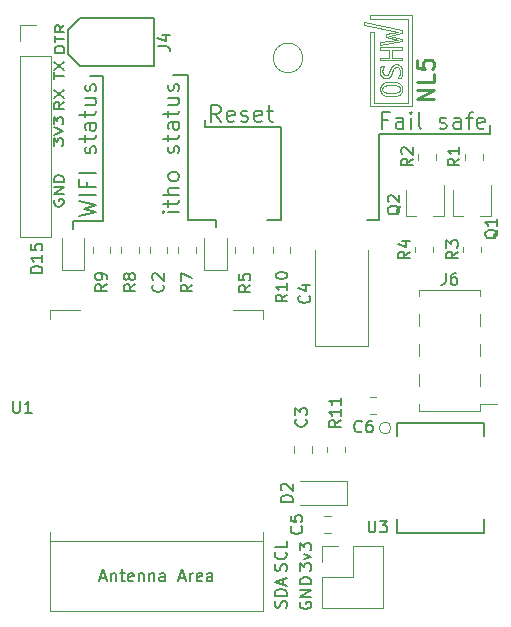
<source format=gto>
G04 #@! TF.GenerationSoftware,KiCad,Pcbnew,7.0.7*
G04 #@! TF.CreationDate,2023-11-16T10:28:39+01:00*
G04 #@! TF.ProjectId,ithowifi_4l,6974686f-7769-4666-995f-346c2e6b6963,rev?*
G04 #@! TF.SameCoordinates,Original*
G04 #@! TF.FileFunction,Legend,Top*
G04 #@! TF.FilePolarity,Positive*
%FSLAX46Y46*%
G04 Gerber Fmt 4.6, Leading zero omitted, Abs format (unit mm)*
G04 Created by KiCad (PCBNEW 7.0.7) date 2023-11-16 10:28:39*
%MOMM*%
%LPD*%
G01*
G04 APERTURE LIST*
%ADD10C,0.200000*%
%ADD11C,0.125000*%
%ADD12C,0.150000*%
%ADD13C,0.219726*%
%ADD14C,0.120000*%
G04 APERTURE END LIST*
D10*
X98635000Y-110700000D02*
X98635000Y-122936000D01*
X98635000Y-110700000D02*
X97365000Y-110700000D01*
X98635000Y-122936000D02*
X100965000Y-122936000D01*
X100965000Y-123571000D02*
X100965000Y-122936000D01*
X114808000Y-122936000D02*
X113792000Y-122936000D01*
X114808000Y-122936000D02*
X114808000Y-115700000D01*
X124200000Y-115700000D02*
X124200000Y-114900000D01*
X114808000Y-115700000D02*
X124200000Y-115700000D01*
X105328500Y-122936000D02*
X106471500Y-122936000D01*
X100075000Y-115100000D02*
X100075000Y-114465000D01*
X100075000Y-115100000D02*
X106475000Y-115100000D01*
X106471500Y-122936000D02*
X106475000Y-115100000D01*
X88900000Y-123063000D02*
X91440000Y-123063000D01*
D11*
X114924121Y-108127604D02*
X114924121Y-108127604D01*
X116746770Y-107855554D02*
X114924121Y-108127604D01*
X116746770Y-107622204D02*
X116746770Y-107855554D01*
X115663870Y-107375604D02*
X116746770Y-107622204D01*
X116746770Y-107128004D02*
X115663870Y-107375604D01*
X116746770Y-106894705D02*
X116746770Y-107128004D01*
X113569970Y-106205954D02*
X116746770Y-106894705D01*
X113569970Y-106446304D02*
X113569970Y-106205954D01*
X116406070Y-107037654D02*
X113569970Y-106446304D01*
X115424620Y-107247654D02*
X116406070Y-107037654D01*
X115424620Y-107505054D02*
X115424620Y-107247654D01*
X116403620Y-107712554D02*
X115424620Y-107505054D01*
X114924121Y-107887254D02*
X116403620Y-107712554D01*
X114924121Y-108127604D02*
X114924121Y-107887254D01*
X114924121Y-109464705D02*
X114924121Y-109464705D01*
X116746770Y-109464705D02*
X114924121Y-109464705D01*
X116746770Y-109216754D02*
X116746770Y-109464705D01*
X115878720Y-109216754D02*
X116746770Y-109216754D01*
X115878720Y-108541854D02*
X115878720Y-109216754D01*
X116746770Y-108541854D02*
X115878720Y-108541854D01*
X116746770Y-108293904D02*
X116746770Y-108541854D01*
X114924121Y-108293904D02*
X116746770Y-108293904D01*
X114924121Y-108541854D02*
X114924121Y-108293904D01*
X115671220Y-108541854D02*
X114924121Y-108541854D01*
X115671220Y-109216754D02*
X115671220Y-108541854D01*
X114924121Y-109216754D02*
X115671220Y-109216754D01*
X114924121Y-109464705D02*
X114924121Y-109216754D01*
X114986820Y-109900069D02*
X114986520Y-109900069D01*
X114978670Y-109921499D02*
X114986820Y-109900069D01*
X114919820Y-110124954D02*
X114978670Y-109921499D01*
X114916020Y-110144219D02*
X114919820Y-110124954D01*
X114911921Y-110163744D02*
X114916020Y-110144219D01*
X114891570Y-110309959D02*
X114911921Y-110163744D01*
X114891570Y-110365024D02*
X114891570Y-110309959D01*
X114891570Y-110426604D02*
X114891570Y-110365024D01*
X114928220Y-110610524D02*
X114891570Y-110426604D01*
X115014470Y-110774639D02*
X114928220Y-110610524D01*
X115039170Y-110802034D02*
X115014470Y-110774639D01*
X115063570Y-110829434D02*
X115039170Y-110802034D01*
X115210070Y-110924920D02*
X115063570Y-110829434D01*
X115374720Y-110965615D02*
X115210070Y-110924920D01*
X115429770Y-110965615D02*
X115374720Y-110965615D01*
X115473470Y-110965615D02*
X115429770Y-110965615D01*
X115605020Y-110937124D02*
X115473470Y-110965615D01*
X115721670Y-110870124D02*
X115605020Y-110937124D01*
X115741220Y-110850864D02*
X115721670Y-110870124D01*
X115760470Y-110831874D02*
X115741220Y-110850864D01*
X115842370Y-110701399D02*
X115760470Y-110831874D01*
X115904770Y-110524529D02*
X115842370Y-110701399D01*
X115914270Y-110482209D02*
X115904770Y-110524529D01*
X115944920Y-110350649D02*
X115914270Y-110482209D01*
X115951420Y-110321349D02*
X115944920Y-110350649D01*
X115992121Y-110200364D02*
X115951420Y-110321349D01*
X116043670Y-110114649D02*
X115992121Y-110200364D01*
X116055870Y-110102709D02*
X116043670Y-110114649D01*
X116067820Y-110090774D02*
X116055870Y-110102709D01*
X116212370Y-110030819D02*
X116067820Y-110090774D01*
X116264720Y-110030819D02*
X116212370Y-110030819D01*
X116298120Y-110030819D02*
X116264720Y-110030819D01*
X116398220Y-110056864D02*
X116298120Y-110030819D01*
X116485020Y-110117354D02*
X116398220Y-110056864D01*
X116499120Y-110134444D02*
X116485020Y-110117354D01*
X116512970Y-110151809D02*
X116499120Y-110134444D01*
X116561220Y-110258959D02*
X116512970Y-110151809D01*
X116582120Y-110383474D02*
X116561220Y-110258959D01*
X116582120Y-110424974D02*
X116582120Y-110383474D01*
X116582120Y-110483029D02*
X116582120Y-110424974D01*
X116547420Y-110656909D02*
X116582120Y-110483029D01*
X116540620Y-110677794D02*
X116547420Y-110656909D01*
X116533571Y-110698684D02*
X116540620Y-110677794D01*
X116424771Y-110919225D02*
X116533571Y-110698684D01*
X116410120Y-110942549D02*
X116424771Y-110919225D01*
X116672470Y-110942549D02*
X116410120Y-110942549D01*
X116681420Y-110920849D02*
X116672470Y-110942549D01*
X116749770Y-110704384D02*
X116681420Y-110920849D01*
X116754370Y-110682684D02*
X116749770Y-110704384D01*
X116758970Y-110661249D02*
X116754370Y-110682684D01*
X116782320Y-110489534D02*
X116758970Y-110661249D01*
X116782320Y-110424974D02*
X116782320Y-110489534D01*
X116782320Y-110357434D02*
X116782320Y-110424974D01*
X116748121Y-110153979D02*
X116782320Y-110357434D01*
X116668370Y-109983079D02*
X116748121Y-110153979D01*
X116645620Y-109956224D02*
X116668370Y-109983079D01*
X116622820Y-109929369D02*
X116645620Y-109956224D01*
X116477970Y-109835509D02*
X116622820Y-109929369D01*
X116306220Y-109795089D02*
X116477970Y-109835509D01*
X116249020Y-109795089D02*
X116306220Y-109795089D01*
X116199371Y-109795089D02*
X116249020Y-109795089D01*
X116051270Y-109824389D02*
X116199371Y-109795089D01*
X115921070Y-109892749D02*
X116051270Y-109824389D01*
X115899870Y-109912279D02*
X115921070Y-109892749D01*
X115878470Y-109931814D02*
X115899870Y-109912279D01*
X115788670Y-110064459D02*
X115878470Y-109931814D01*
X115721670Y-110243224D02*
X115788670Y-110064459D01*
X115711920Y-110285814D02*
X115721670Y-110243224D01*
X115682620Y-110415209D02*
X115711920Y-110285814D01*
X115675270Y-110445589D02*
X115682620Y-110415209D01*
X115586870Y-110653115D02*
X115675270Y-110445589D01*
X115576270Y-110664229D02*
X115586870Y-110653115D01*
X115565670Y-110675354D02*
X115576270Y-110664229D01*
X115437920Y-110730154D02*
X115565670Y-110675354D01*
X115391820Y-110730154D02*
X115437920Y-110730154D01*
X115360870Y-110730154D02*
X115391820Y-110730154D01*
X115268120Y-110704924D02*
X115360870Y-110730154D01*
X115186720Y-110645784D02*
X115268120Y-110704924D01*
X115173421Y-110628694D02*
X115186720Y-110645784D01*
X115159620Y-110611874D02*
X115173421Y-110628694D01*
X115112120Y-110509069D02*
X115159620Y-110611874D01*
X115091520Y-110382114D02*
X115112120Y-110509069D01*
X115091520Y-110352819D02*
X115091520Y-110382114D01*
X115091520Y-110333829D02*
X115091520Y-110352819D01*
X115121920Y-110144489D02*
X115091520Y-110333829D01*
X115128120Y-110125764D02*
X115121920Y-110144489D01*
X115134120Y-110107049D02*
X115128120Y-110125764D01*
X115224720Y-109918794D02*
X115134120Y-110107049D01*
X115236920Y-109900069D02*
X115224720Y-109918794D01*
X114986520Y-109900069D02*
X115236920Y-109900069D01*
X115837221Y-111277299D02*
X115837221Y-111277299D01*
X115733070Y-111277299D02*
X115837221Y-111277299D01*
X115420570Y-111315275D02*
X115733070Y-111277299D01*
X115164470Y-111403439D02*
X115420570Y-111315275D01*
X115125420Y-111428659D02*
X115164470Y-111403439D01*
X115086370Y-111453889D02*
X115125420Y-111428659D01*
X114949620Y-111618549D02*
X115086370Y-111453889D01*
X114891020Y-111820375D02*
X114949620Y-111618549D01*
X114891020Y-111887649D02*
X114891020Y-111820375D01*
X114891020Y-111954924D02*
X114891020Y-111887649D01*
X114949620Y-112156204D02*
X114891020Y-111954924D01*
X115086370Y-112321404D02*
X114949620Y-112156204D01*
X115125420Y-112346634D02*
X115086370Y-112321404D01*
X115164470Y-112371864D02*
X115125420Y-112346634D01*
X115420570Y-112459479D02*
X115164470Y-112371864D01*
X115733070Y-112496919D02*
X115420570Y-112459479D01*
X115837221Y-112496919D02*
X115733070Y-112496919D01*
X115941370Y-112496919D02*
X115837221Y-112496919D01*
X116254170Y-112459479D02*
X115941370Y-112496919D01*
X116509671Y-112371864D02*
X116254170Y-112459479D01*
X116548770Y-112346634D02*
X116509671Y-112371864D01*
X116587570Y-112321674D02*
X116548770Y-112346634D01*
X116723470Y-112157014D02*
X116587570Y-112321674D01*
X116782070Y-111955194D02*
X116723470Y-112157014D01*
X116782070Y-111887649D02*
X116782070Y-111955194D01*
X116782070Y-111820375D02*
X116782070Y-111887649D01*
X116723470Y-111618549D02*
X116782070Y-111820375D01*
X116586720Y-111453889D02*
X116723470Y-111618549D01*
X116547670Y-111428659D02*
X116586720Y-111453889D01*
X116508620Y-111403439D02*
X116547670Y-111428659D01*
X116252820Y-111315275D02*
X116508620Y-111403439D01*
X115941120Y-111277299D02*
X116252820Y-111315275D01*
X115837221Y-111277299D02*
X115941120Y-111277299D01*
X115837221Y-111534999D02*
X115837221Y-111534999D01*
X115923220Y-111534999D02*
X115837221Y-111534999D01*
X116181470Y-111555889D02*
X115923220Y-111534999D01*
X116382220Y-111604174D02*
X116181470Y-111555889D01*
X116410970Y-111618009D02*
X116382220Y-111604174D01*
X116439420Y-111631844D02*
X116410970Y-111618009D01*
X116538970Y-111726514D02*
X116439420Y-111631844D01*
X116581871Y-111847499D02*
X116538970Y-111726514D01*
X116581871Y-111887649D02*
X116581871Y-111847499D01*
X116581871Y-111928069D02*
X116581871Y-111887649D01*
X116538720Y-112048779D02*
X116581871Y-111928069D01*
X116438070Y-112143725D02*
X116538720Y-112048779D01*
X116409620Y-112157559D02*
X116438070Y-112143725D01*
X116380870Y-112171399D02*
X116409620Y-112157559D01*
X116180370Y-112218869D02*
X116380870Y-112171399D01*
X115922971Y-112239209D02*
X116180370Y-112218869D01*
X115837221Y-112239209D02*
X115922971Y-112239209D01*
X115750970Y-112239209D02*
X115837221Y-112239209D01*
X115492970Y-112218869D02*
X115750970Y-112239209D01*
X115291970Y-112171399D02*
X115492970Y-112218869D01*
X115263470Y-112157559D02*
X115291970Y-112171399D01*
X115234720Y-112143725D02*
X115263470Y-112157559D01*
X115134120Y-112048779D02*
X115234720Y-112143725D01*
X114026820Y-113338114D02*
X117571710Y-113338114D01*
X114026820Y-105652554D02*
X114026820Y-105958554D01*
X117571710Y-105652554D02*
X114026820Y-105652554D01*
X115091221Y-111928069D02*
X115134120Y-112048779D01*
X115091221Y-111887649D02*
X115091221Y-111928069D01*
X115091221Y-111847499D02*
X115091221Y-111887649D01*
X115134120Y-111726514D02*
X115091221Y-111847499D01*
X115234720Y-111631844D02*
X115134120Y-111726514D01*
X115263470Y-111618009D02*
X115234720Y-111631844D01*
X114339320Y-113025614D02*
X114339320Y-107018404D01*
X117259210Y-113025614D02*
X114339320Y-113025614D01*
X117571710Y-113338114D02*
X117571710Y-105652554D01*
X117259210Y-105965054D02*
X117259210Y-113025614D01*
X114026820Y-105958554D02*
X117259210Y-105965054D01*
X114026820Y-107018404D02*
X114026820Y-113338114D01*
X114339320Y-107018404D02*
X114026820Y-107018404D01*
X115291970Y-111604174D02*
X115263470Y-111618009D01*
X115492970Y-111555889D02*
X115291970Y-111604174D01*
X115750970Y-111534999D02*
X115492970Y-111555889D01*
X115837221Y-111534999D02*
X115750970Y-111534999D01*
X114026820Y-113338114D02*
X114026820Y-113338114D01*
D10*
X90360500Y-110800000D02*
X91440000Y-110800000D01*
X88900000Y-123698000D02*
X88900000Y-123063000D01*
X91440000Y-110800000D02*
X91440000Y-123063000D01*
D12*
X87319295Y-111048704D02*
X87319295Y-110477276D01*
X88119295Y-110762990D02*
X87319295Y-110762990D01*
X87319295Y-110239180D02*
X88119295Y-109572514D01*
X87319295Y-109572514D02*
X88119295Y-110239180D01*
X87268495Y-116681094D02*
X87268495Y-116062047D01*
X87268495Y-116062047D02*
X87573257Y-116395380D01*
X87573257Y-116395380D02*
X87573257Y-116252523D01*
X87573257Y-116252523D02*
X87611352Y-116157285D01*
X87611352Y-116157285D02*
X87649447Y-116109666D01*
X87649447Y-116109666D02*
X87725638Y-116062047D01*
X87725638Y-116062047D02*
X87916114Y-116062047D01*
X87916114Y-116062047D02*
X87992304Y-116109666D01*
X87992304Y-116109666D02*
X88030400Y-116157285D01*
X88030400Y-116157285D02*
X88068495Y-116252523D01*
X88068495Y-116252523D02*
X88068495Y-116538237D01*
X88068495Y-116538237D02*
X88030400Y-116633475D01*
X88030400Y-116633475D02*
X87992304Y-116681094D01*
X87268495Y-115776332D02*
X88068495Y-115442999D01*
X88068495Y-115442999D02*
X87268495Y-115109666D01*
X87268495Y-114871570D02*
X87268495Y-114252523D01*
X87268495Y-114252523D02*
X87573257Y-114585856D01*
X87573257Y-114585856D02*
X87573257Y-114442999D01*
X87573257Y-114442999D02*
X87611352Y-114347761D01*
X87611352Y-114347761D02*
X87649447Y-114300142D01*
X87649447Y-114300142D02*
X87725638Y-114252523D01*
X87725638Y-114252523D02*
X87916114Y-114252523D01*
X87916114Y-114252523D02*
X87992304Y-114300142D01*
X87992304Y-114300142D02*
X88030400Y-114347761D01*
X88030400Y-114347761D02*
X88068495Y-114442999D01*
X88068495Y-114442999D02*
X88068495Y-114728713D01*
X88068495Y-114728713D02*
X88030400Y-114823951D01*
X88030400Y-114823951D02*
X87992304Y-114871570D01*
X87331990Y-121259504D02*
X87293895Y-121354742D01*
X87293895Y-121354742D02*
X87293895Y-121497599D01*
X87293895Y-121497599D02*
X87331990Y-121640456D01*
X87331990Y-121640456D02*
X87408180Y-121735694D01*
X87408180Y-121735694D02*
X87484371Y-121783313D01*
X87484371Y-121783313D02*
X87636752Y-121830932D01*
X87636752Y-121830932D02*
X87751038Y-121830932D01*
X87751038Y-121830932D02*
X87903419Y-121783313D01*
X87903419Y-121783313D02*
X87979609Y-121735694D01*
X87979609Y-121735694D02*
X88055800Y-121640456D01*
X88055800Y-121640456D02*
X88093895Y-121497599D01*
X88093895Y-121497599D02*
X88093895Y-121402361D01*
X88093895Y-121402361D02*
X88055800Y-121259504D01*
X88055800Y-121259504D02*
X88017704Y-121211885D01*
X88017704Y-121211885D02*
X87751038Y-121211885D01*
X87751038Y-121211885D02*
X87751038Y-121402361D01*
X88093895Y-120783313D02*
X87293895Y-120783313D01*
X87293895Y-120783313D02*
X88093895Y-120211885D01*
X88093895Y-120211885D02*
X87293895Y-120211885D01*
X88093895Y-119735694D02*
X87293895Y-119735694D01*
X87293895Y-119735694D02*
X87293895Y-119497599D01*
X87293895Y-119497599D02*
X87331990Y-119354742D01*
X87331990Y-119354742D02*
X87408180Y-119259504D01*
X87408180Y-119259504D02*
X87484371Y-119211885D01*
X87484371Y-119211885D02*
X87636752Y-119164266D01*
X87636752Y-119164266D02*
X87751038Y-119164266D01*
X87751038Y-119164266D02*
X87903419Y-119211885D01*
X87903419Y-119211885D02*
X87979609Y-119259504D01*
X87979609Y-119259504D02*
X88055800Y-119354742D01*
X88055800Y-119354742D02*
X88093895Y-119497599D01*
X88093895Y-119497599D02*
X88093895Y-119735694D01*
X88093895Y-112968066D02*
X87712942Y-113301399D01*
X88093895Y-113539494D02*
X87293895Y-113539494D01*
X87293895Y-113539494D02*
X87293895Y-113158542D01*
X87293895Y-113158542D02*
X87331990Y-113063304D01*
X87331990Y-113063304D02*
X87370085Y-113015685D01*
X87370085Y-113015685D02*
X87446276Y-112968066D01*
X87446276Y-112968066D02*
X87560561Y-112968066D01*
X87560561Y-112968066D02*
X87636752Y-113015685D01*
X87636752Y-113015685D02*
X87674847Y-113063304D01*
X87674847Y-113063304D02*
X87712942Y-113158542D01*
X87712942Y-113158542D02*
X87712942Y-113539494D01*
X87293895Y-112634732D02*
X88093895Y-111968066D01*
X87293895Y-111968066D02*
X88093895Y-112634732D01*
X106939200Y-152658475D02*
X106986819Y-152515618D01*
X106986819Y-152515618D02*
X106986819Y-152277523D01*
X106986819Y-152277523D02*
X106939200Y-152182285D01*
X106939200Y-152182285D02*
X106891580Y-152134666D01*
X106891580Y-152134666D02*
X106796342Y-152087047D01*
X106796342Y-152087047D02*
X106701104Y-152087047D01*
X106701104Y-152087047D02*
X106605866Y-152134666D01*
X106605866Y-152134666D02*
X106558247Y-152182285D01*
X106558247Y-152182285D02*
X106510628Y-152277523D01*
X106510628Y-152277523D02*
X106463009Y-152467999D01*
X106463009Y-152467999D02*
X106415390Y-152563237D01*
X106415390Y-152563237D02*
X106367771Y-152610856D01*
X106367771Y-152610856D02*
X106272533Y-152658475D01*
X106272533Y-152658475D02*
X106177295Y-152658475D01*
X106177295Y-152658475D02*
X106082057Y-152610856D01*
X106082057Y-152610856D02*
X106034438Y-152563237D01*
X106034438Y-152563237D02*
X105986819Y-152467999D01*
X105986819Y-152467999D02*
X105986819Y-152229904D01*
X105986819Y-152229904D02*
X106034438Y-152087047D01*
X106891580Y-151087047D02*
X106939200Y-151134666D01*
X106939200Y-151134666D02*
X106986819Y-151277523D01*
X106986819Y-151277523D02*
X106986819Y-151372761D01*
X106986819Y-151372761D02*
X106939200Y-151515618D01*
X106939200Y-151515618D02*
X106843961Y-151610856D01*
X106843961Y-151610856D02*
X106748723Y-151658475D01*
X106748723Y-151658475D02*
X106558247Y-151706094D01*
X106558247Y-151706094D02*
X106415390Y-151706094D01*
X106415390Y-151706094D02*
X106224914Y-151658475D01*
X106224914Y-151658475D02*
X106129676Y-151610856D01*
X106129676Y-151610856D02*
X106034438Y-151515618D01*
X106034438Y-151515618D02*
X105986819Y-151372761D01*
X105986819Y-151372761D02*
X105986819Y-151277523D01*
X105986819Y-151277523D02*
X106034438Y-151134666D01*
X106034438Y-151134666D02*
X106082057Y-151087047D01*
X106986819Y-150182285D02*
X106986819Y-150658475D01*
X106986819Y-150658475D02*
X105986819Y-150658475D01*
X106939200Y-155782285D02*
X106986819Y-155639428D01*
X106986819Y-155639428D02*
X106986819Y-155401333D01*
X106986819Y-155401333D02*
X106939200Y-155306095D01*
X106939200Y-155306095D02*
X106891580Y-155258476D01*
X106891580Y-155258476D02*
X106796342Y-155210857D01*
X106796342Y-155210857D02*
X106701104Y-155210857D01*
X106701104Y-155210857D02*
X106605866Y-155258476D01*
X106605866Y-155258476D02*
X106558247Y-155306095D01*
X106558247Y-155306095D02*
X106510628Y-155401333D01*
X106510628Y-155401333D02*
X106463009Y-155591809D01*
X106463009Y-155591809D02*
X106415390Y-155687047D01*
X106415390Y-155687047D02*
X106367771Y-155734666D01*
X106367771Y-155734666D02*
X106272533Y-155782285D01*
X106272533Y-155782285D02*
X106177295Y-155782285D01*
X106177295Y-155782285D02*
X106082057Y-155734666D01*
X106082057Y-155734666D02*
X106034438Y-155687047D01*
X106034438Y-155687047D02*
X105986819Y-155591809D01*
X105986819Y-155591809D02*
X105986819Y-155353714D01*
X105986819Y-155353714D02*
X106034438Y-155210857D01*
X106986819Y-154782285D02*
X105986819Y-154782285D01*
X105986819Y-154782285D02*
X105986819Y-154544190D01*
X105986819Y-154544190D02*
X106034438Y-154401333D01*
X106034438Y-154401333D02*
X106129676Y-154306095D01*
X106129676Y-154306095D02*
X106224914Y-154258476D01*
X106224914Y-154258476D02*
X106415390Y-154210857D01*
X106415390Y-154210857D02*
X106558247Y-154210857D01*
X106558247Y-154210857D02*
X106748723Y-154258476D01*
X106748723Y-154258476D02*
X106843961Y-154306095D01*
X106843961Y-154306095D02*
X106939200Y-154401333D01*
X106939200Y-154401333D02*
X106986819Y-154544190D01*
X106986819Y-154544190D02*
X106986819Y-154782285D01*
X106701104Y-153829904D02*
X106701104Y-153353714D01*
X106986819Y-153925142D02*
X105986819Y-153591809D01*
X105986819Y-153591809D02*
X106986819Y-153258476D01*
X108134438Y-155329904D02*
X108086819Y-155425142D01*
X108086819Y-155425142D02*
X108086819Y-155567999D01*
X108086819Y-155567999D02*
X108134438Y-155710856D01*
X108134438Y-155710856D02*
X108229676Y-155806094D01*
X108229676Y-155806094D02*
X108324914Y-155853713D01*
X108324914Y-155853713D02*
X108515390Y-155901332D01*
X108515390Y-155901332D02*
X108658247Y-155901332D01*
X108658247Y-155901332D02*
X108848723Y-155853713D01*
X108848723Y-155853713D02*
X108943961Y-155806094D01*
X108943961Y-155806094D02*
X109039200Y-155710856D01*
X109039200Y-155710856D02*
X109086819Y-155567999D01*
X109086819Y-155567999D02*
X109086819Y-155472761D01*
X109086819Y-155472761D02*
X109039200Y-155329904D01*
X109039200Y-155329904D02*
X108991580Y-155282285D01*
X108991580Y-155282285D02*
X108658247Y-155282285D01*
X108658247Y-155282285D02*
X108658247Y-155472761D01*
X109086819Y-154853713D02*
X108086819Y-154853713D01*
X108086819Y-154853713D02*
X109086819Y-154282285D01*
X109086819Y-154282285D02*
X108086819Y-154282285D01*
X109086819Y-153806094D02*
X108086819Y-153806094D01*
X108086819Y-153806094D02*
X108086819Y-153567999D01*
X108086819Y-153567999D02*
X108134438Y-153425142D01*
X108134438Y-153425142D02*
X108229676Y-153329904D01*
X108229676Y-153329904D02*
X108324914Y-153282285D01*
X108324914Y-153282285D02*
X108515390Y-153234666D01*
X108515390Y-153234666D02*
X108658247Y-153234666D01*
X108658247Y-153234666D02*
X108848723Y-153282285D01*
X108848723Y-153282285D02*
X108943961Y-153329904D01*
X108943961Y-153329904D02*
X109039200Y-153425142D01*
X109039200Y-153425142D02*
X109086819Y-153567999D01*
X109086819Y-153567999D02*
X109086819Y-153806094D01*
X108086819Y-152658475D02*
X108086819Y-152039428D01*
X108086819Y-152039428D02*
X108467771Y-152372761D01*
X108467771Y-152372761D02*
X108467771Y-152229904D01*
X108467771Y-152229904D02*
X108515390Y-152134666D01*
X108515390Y-152134666D02*
X108563009Y-152087047D01*
X108563009Y-152087047D02*
X108658247Y-152039428D01*
X108658247Y-152039428D02*
X108896342Y-152039428D01*
X108896342Y-152039428D02*
X108991580Y-152087047D01*
X108991580Y-152087047D02*
X109039200Y-152134666D01*
X109039200Y-152134666D02*
X109086819Y-152229904D01*
X109086819Y-152229904D02*
X109086819Y-152515618D01*
X109086819Y-152515618D02*
X109039200Y-152610856D01*
X109039200Y-152610856D02*
X108991580Y-152658475D01*
X108420152Y-151706094D02*
X109086819Y-151467999D01*
X109086819Y-151467999D02*
X108420152Y-151229904D01*
X108086819Y-150944189D02*
X108086819Y-150325142D01*
X108086819Y-150325142D02*
X108467771Y-150658475D01*
X108467771Y-150658475D02*
X108467771Y-150515618D01*
X108467771Y-150515618D02*
X108515390Y-150420380D01*
X108515390Y-150420380D02*
X108563009Y-150372761D01*
X108563009Y-150372761D02*
X108658247Y-150325142D01*
X108658247Y-150325142D02*
X108896342Y-150325142D01*
X108896342Y-150325142D02*
X108991580Y-150372761D01*
X108991580Y-150372761D02*
X109039200Y-150420380D01*
X109039200Y-150420380D02*
X109086819Y-150515618D01*
X109086819Y-150515618D02*
X109086819Y-150801332D01*
X109086819Y-150801332D02*
X109039200Y-150896570D01*
X109039200Y-150896570D02*
X108991580Y-150944189D01*
X86306819Y-127452285D02*
X85306819Y-127452285D01*
X85306819Y-127452285D02*
X85306819Y-127214190D01*
X85306819Y-127214190D02*
X85354438Y-127071333D01*
X85354438Y-127071333D02*
X85449676Y-126976095D01*
X85449676Y-126976095D02*
X85544914Y-126928476D01*
X85544914Y-126928476D02*
X85735390Y-126880857D01*
X85735390Y-126880857D02*
X85878247Y-126880857D01*
X85878247Y-126880857D02*
X86068723Y-126928476D01*
X86068723Y-126928476D02*
X86163961Y-126976095D01*
X86163961Y-126976095D02*
X86259200Y-127071333D01*
X86259200Y-127071333D02*
X86306819Y-127214190D01*
X86306819Y-127214190D02*
X86306819Y-127452285D01*
X86306819Y-125928476D02*
X86306819Y-126499904D01*
X86306819Y-126214190D02*
X85306819Y-126214190D01*
X85306819Y-126214190D02*
X85449676Y-126309428D01*
X85449676Y-126309428D02*
X85544914Y-126404666D01*
X85544914Y-126404666D02*
X85592533Y-126499904D01*
X85306819Y-125023714D02*
X85306819Y-125499904D01*
X85306819Y-125499904D02*
X85783009Y-125547523D01*
X85783009Y-125547523D02*
X85735390Y-125499904D01*
X85735390Y-125499904D02*
X85687771Y-125404666D01*
X85687771Y-125404666D02*
X85687771Y-125166571D01*
X85687771Y-125166571D02*
X85735390Y-125071333D01*
X85735390Y-125071333D02*
X85783009Y-125023714D01*
X85783009Y-125023714D02*
X85878247Y-124976095D01*
X85878247Y-124976095D02*
X86116342Y-124976095D01*
X86116342Y-124976095D02*
X86211580Y-125023714D01*
X86211580Y-125023714D02*
X86259200Y-125071333D01*
X86259200Y-125071333D02*
X86306819Y-125166571D01*
X86306819Y-125166571D02*
X86306819Y-125404666D01*
X86306819Y-125404666D02*
X86259200Y-125499904D01*
X86259200Y-125499904D02*
X86211580Y-125547523D01*
D13*
X119417240Y-112722110D02*
X118017240Y-112722110D01*
X118017240Y-112722110D02*
X119417240Y-111922110D01*
X119417240Y-111922110D02*
X118017240Y-111922110D01*
X119417240Y-110588777D02*
X119417240Y-111255443D01*
X119417240Y-111255443D02*
X118017240Y-111255443D01*
X118017240Y-109455444D02*
X118017240Y-110122110D01*
X118017240Y-110122110D02*
X118683907Y-110188777D01*
X118683907Y-110188777D02*
X118617240Y-110122110D01*
X118617240Y-110122110D02*
X118550574Y-109988777D01*
X118550574Y-109988777D02*
X118550574Y-109655444D01*
X118550574Y-109655444D02*
X118617240Y-109522110D01*
X118617240Y-109522110D02*
X118683907Y-109455444D01*
X118683907Y-109455444D02*
X118817240Y-109388777D01*
X118817240Y-109388777D02*
X119150574Y-109388777D01*
X119150574Y-109388777D02*
X119283907Y-109455444D01*
X119283907Y-109455444D02*
X119350574Y-109522110D01*
X119350574Y-109522110D02*
X119417240Y-109655444D01*
X119417240Y-109655444D02*
X119417240Y-109988777D01*
X119417240Y-109988777D02*
X119350574Y-110122110D01*
X119350574Y-110122110D02*
X119283907Y-110188777D01*
D12*
X88144695Y-108788056D02*
X87344695Y-108788056D01*
X87344695Y-108788056D02*
X87344695Y-108549961D01*
X87344695Y-108549961D02*
X87382790Y-108407104D01*
X87382790Y-108407104D02*
X87458980Y-108311866D01*
X87458980Y-108311866D02*
X87535171Y-108264247D01*
X87535171Y-108264247D02*
X87687552Y-108216628D01*
X87687552Y-108216628D02*
X87801838Y-108216628D01*
X87801838Y-108216628D02*
X87954219Y-108264247D01*
X87954219Y-108264247D02*
X88030409Y-108311866D01*
X88030409Y-108311866D02*
X88106600Y-108407104D01*
X88106600Y-108407104D02*
X88144695Y-108549961D01*
X88144695Y-108549961D02*
X88144695Y-108788056D01*
X87344695Y-107930913D02*
X87344695Y-107359485D01*
X88144695Y-107645199D02*
X87344695Y-107645199D01*
X88144695Y-106454723D02*
X87763742Y-106788056D01*
X88144695Y-107026151D02*
X87344695Y-107026151D01*
X87344695Y-107026151D02*
X87344695Y-106645199D01*
X87344695Y-106645199D02*
X87382790Y-106549961D01*
X87382790Y-106549961D02*
X87420885Y-106502342D01*
X87420885Y-106502342D02*
X87497076Y-106454723D01*
X87497076Y-106454723D02*
X87611361Y-106454723D01*
X87611361Y-106454723D02*
X87687552Y-106502342D01*
X87687552Y-106502342D02*
X87725647Y-106549961D01*
X87725647Y-106549961D02*
X87763742Y-106645199D01*
X87763742Y-106645199D02*
X87763742Y-107026151D01*
X116628057Y-121761238D02*
X116580438Y-121856476D01*
X116580438Y-121856476D02*
X116485200Y-121951714D01*
X116485200Y-121951714D02*
X116342342Y-122094571D01*
X116342342Y-122094571D02*
X116294723Y-122189809D01*
X116294723Y-122189809D02*
X116294723Y-122285047D01*
X116532819Y-122237428D02*
X116485200Y-122332666D01*
X116485200Y-122332666D02*
X116389961Y-122427904D01*
X116389961Y-122427904D02*
X116199485Y-122475523D01*
X116199485Y-122475523D02*
X115866152Y-122475523D01*
X115866152Y-122475523D02*
X115675676Y-122427904D01*
X115675676Y-122427904D02*
X115580438Y-122332666D01*
X115580438Y-122332666D02*
X115532819Y-122237428D01*
X115532819Y-122237428D02*
X115532819Y-122046952D01*
X115532819Y-122046952D02*
X115580438Y-121951714D01*
X115580438Y-121951714D02*
X115675676Y-121856476D01*
X115675676Y-121856476D02*
X115866152Y-121808857D01*
X115866152Y-121808857D02*
X116199485Y-121808857D01*
X116199485Y-121808857D02*
X116389961Y-121856476D01*
X116389961Y-121856476D02*
X116485200Y-121951714D01*
X116485200Y-121951714D02*
X116532819Y-122046952D01*
X116532819Y-122046952D02*
X116532819Y-122237428D01*
X115628057Y-121427904D02*
X115580438Y-121380285D01*
X115580438Y-121380285D02*
X115532819Y-121285047D01*
X115532819Y-121285047D02*
X115532819Y-121046952D01*
X115532819Y-121046952D02*
X115580438Y-120951714D01*
X115580438Y-120951714D02*
X115628057Y-120904095D01*
X115628057Y-120904095D02*
X115723295Y-120856476D01*
X115723295Y-120856476D02*
X115818533Y-120856476D01*
X115818533Y-120856476D02*
X115961390Y-120904095D01*
X115961390Y-120904095D02*
X116532819Y-121475523D01*
X116532819Y-121475523D02*
X116532819Y-120856476D01*
X117675819Y-117768666D02*
X117199628Y-118101999D01*
X117675819Y-118340094D02*
X116675819Y-118340094D01*
X116675819Y-118340094D02*
X116675819Y-117959142D01*
X116675819Y-117959142D02*
X116723438Y-117863904D01*
X116723438Y-117863904D02*
X116771057Y-117816285D01*
X116771057Y-117816285D02*
X116866295Y-117768666D01*
X116866295Y-117768666D02*
X117009152Y-117768666D01*
X117009152Y-117768666D02*
X117104390Y-117816285D01*
X117104390Y-117816285D02*
X117152009Y-117863904D01*
X117152009Y-117863904D02*
X117199628Y-117959142D01*
X117199628Y-117959142D02*
X117199628Y-118340094D01*
X116771057Y-117387713D02*
X116723438Y-117340094D01*
X116723438Y-117340094D02*
X116675819Y-117244856D01*
X116675819Y-117244856D02*
X116675819Y-117006761D01*
X116675819Y-117006761D02*
X116723438Y-116911523D01*
X116723438Y-116911523D02*
X116771057Y-116863904D01*
X116771057Y-116863904D02*
X116866295Y-116816285D01*
X116866295Y-116816285D02*
X116961533Y-116816285D01*
X116961533Y-116816285D02*
X117104390Y-116863904D01*
X117104390Y-116863904D02*
X117675819Y-117435332D01*
X117675819Y-117435332D02*
X117675819Y-116816285D01*
X83820095Y-138291219D02*
X83820095Y-139100742D01*
X83820095Y-139100742D02*
X83867714Y-139195980D01*
X83867714Y-139195980D02*
X83915333Y-139243600D01*
X83915333Y-139243600D02*
X84010571Y-139291219D01*
X84010571Y-139291219D02*
X84201047Y-139291219D01*
X84201047Y-139291219D02*
X84296285Y-139243600D01*
X84296285Y-139243600D02*
X84343904Y-139195980D01*
X84343904Y-139195980D02*
X84391523Y-139100742D01*
X84391523Y-139100742D02*
X84391523Y-138291219D01*
X85391523Y-139291219D02*
X84820095Y-139291219D01*
X85105809Y-139291219D02*
X85105809Y-138291219D01*
X85105809Y-138291219D02*
X85010571Y-138434076D01*
X85010571Y-138434076D02*
X84915333Y-138529314D01*
X84915333Y-138529314D02*
X84820095Y-138576933D01*
X91215694Y-153272704D02*
X91691884Y-153272704D01*
X91120456Y-153558419D02*
X91453789Y-152558419D01*
X91453789Y-152558419D02*
X91787122Y-153558419D01*
X92120456Y-152891752D02*
X92120456Y-153558419D01*
X92120456Y-152986990D02*
X92168075Y-152939371D01*
X92168075Y-152939371D02*
X92263313Y-152891752D01*
X92263313Y-152891752D02*
X92406170Y-152891752D01*
X92406170Y-152891752D02*
X92501408Y-152939371D01*
X92501408Y-152939371D02*
X92549027Y-153034609D01*
X92549027Y-153034609D02*
X92549027Y-153558419D01*
X92882361Y-152891752D02*
X93263313Y-152891752D01*
X93025218Y-152558419D02*
X93025218Y-153415561D01*
X93025218Y-153415561D02*
X93072837Y-153510800D01*
X93072837Y-153510800D02*
X93168075Y-153558419D01*
X93168075Y-153558419D02*
X93263313Y-153558419D01*
X93977599Y-153510800D02*
X93882361Y-153558419D01*
X93882361Y-153558419D02*
X93691885Y-153558419D01*
X93691885Y-153558419D02*
X93596647Y-153510800D01*
X93596647Y-153510800D02*
X93549028Y-153415561D01*
X93549028Y-153415561D02*
X93549028Y-153034609D01*
X93549028Y-153034609D02*
X93596647Y-152939371D01*
X93596647Y-152939371D02*
X93691885Y-152891752D01*
X93691885Y-152891752D02*
X93882361Y-152891752D01*
X93882361Y-152891752D02*
X93977599Y-152939371D01*
X93977599Y-152939371D02*
X94025218Y-153034609D01*
X94025218Y-153034609D02*
X94025218Y-153129847D01*
X94025218Y-153129847D02*
X93549028Y-153225085D01*
X94453790Y-152891752D02*
X94453790Y-153558419D01*
X94453790Y-152986990D02*
X94501409Y-152939371D01*
X94501409Y-152939371D02*
X94596647Y-152891752D01*
X94596647Y-152891752D02*
X94739504Y-152891752D01*
X94739504Y-152891752D02*
X94834742Y-152939371D01*
X94834742Y-152939371D02*
X94882361Y-153034609D01*
X94882361Y-153034609D02*
X94882361Y-153558419D01*
X95358552Y-152891752D02*
X95358552Y-153558419D01*
X95358552Y-152986990D02*
X95406171Y-152939371D01*
X95406171Y-152939371D02*
X95501409Y-152891752D01*
X95501409Y-152891752D02*
X95644266Y-152891752D01*
X95644266Y-152891752D02*
X95739504Y-152939371D01*
X95739504Y-152939371D02*
X95787123Y-153034609D01*
X95787123Y-153034609D02*
X95787123Y-153558419D01*
X96691885Y-153558419D02*
X96691885Y-153034609D01*
X96691885Y-153034609D02*
X96644266Y-152939371D01*
X96644266Y-152939371D02*
X96549028Y-152891752D01*
X96549028Y-152891752D02*
X96358552Y-152891752D01*
X96358552Y-152891752D02*
X96263314Y-152939371D01*
X96691885Y-153510800D02*
X96596647Y-153558419D01*
X96596647Y-153558419D02*
X96358552Y-153558419D01*
X96358552Y-153558419D02*
X96263314Y-153510800D01*
X96263314Y-153510800D02*
X96215695Y-153415561D01*
X96215695Y-153415561D02*
X96215695Y-153320323D01*
X96215695Y-153320323D02*
X96263314Y-153225085D01*
X96263314Y-153225085D02*
X96358552Y-153177466D01*
X96358552Y-153177466D02*
X96596647Y-153177466D01*
X96596647Y-153177466D02*
X96691885Y-153129847D01*
X97882362Y-153272704D02*
X98358552Y-153272704D01*
X97787124Y-153558419D02*
X98120457Y-152558419D01*
X98120457Y-152558419D02*
X98453790Y-153558419D01*
X98787124Y-153558419D02*
X98787124Y-152891752D01*
X98787124Y-153082228D02*
X98834743Y-152986990D01*
X98834743Y-152986990D02*
X98882362Y-152939371D01*
X98882362Y-152939371D02*
X98977600Y-152891752D01*
X98977600Y-152891752D02*
X99072838Y-152891752D01*
X99787124Y-153510800D02*
X99691886Y-153558419D01*
X99691886Y-153558419D02*
X99501410Y-153558419D01*
X99501410Y-153558419D02*
X99406172Y-153510800D01*
X99406172Y-153510800D02*
X99358553Y-153415561D01*
X99358553Y-153415561D02*
X99358553Y-153034609D01*
X99358553Y-153034609D02*
X99406172Y-152939371D01*
X99406172Y-152939371D02*
X99501410Y-152891752D01*
X99501410Y-152891752D02*
X99691886Y-152891752D01*
X99691886Y-152891752D02*
X99787124Y-152939371D01*
X99787124Y-152939371D02*
X99834743Y-153034609D01*
X99834743Y-153034609D02*
X99834743Y-153129847D01*
X99834743Y-153129847D02*
X99358553Y-153225085D01*
X100691886Y-153558419D02*
X100691886Y-153034609D01*
X100691886Y-153034609D02*
X100644267Y-152939371D01*
X100644267Y-152939371D02*
X100549029Y-152891752D01*
X100549029Y-152891752D02*
X100358553Y-152891752D01*
X100358553Y-152891752D02*
X100263315Y-152939371D01*
X100691886Y-153510800D02*
X100596648Y-153558419D01*
X100596648Y-153558419D02*
X100358553Y-153558419D01*
X100358553Y-153558419D02*
X100263315Y-153510800D01*
X100263315Y-153510800D02*
X100215696Y-153415561D01*
X100215696Y-153415561D02*
X100215696Y-153320323D01*
X100215696Y-153320323D02*
X100263315Y-153225085D01*
X100263315Y-153225085D02*
X100358553Y-153177466D01*
X100358553Y-153177466D02*
X100596648Y-153177466D01*
X100596648Y-153177466D02*
X100691886Y-153129847D01*
X91767819Y-128413566D02*
X91291628Y-128746899D01*
X91767819Y-128984994D02*
X90767819Y-128984994D01*
X90767819Y-128984994D02*
X90767819Y-128604042D01*
X90767819Y-128604042D02*
X90815438Y-128508804D01*
X90815438Y-128508804D02*
X90863057Y-128461185D01*
X90863057Y-128461185D02*
X90958295Y-128413566D01*
X90958295Y-128413566D02*
X91101152Y-128413566D01*
X91101152Y-128413566D02*
X91196390Y-128461185D01*
X91196390Y-128461185D02*
X91244009Y-128508804D01*
X91244009Y-128508804D02*
X91291628Y-128604042D01*
X91291628Y-128604042D02*
X91291628Y-128984994D01*
X91767819Y-127937375D02*
X91767819Y-127746899D01*
X91767819Y-127746899D02*
X91720200Y-127651661D01*
X91720200Y-127651661D02*
X91672580Y-127604042D01*
X91672580Y-127604042D02*
X91529723Y-127508804D01*
X91529723Y-127508804D02*
X91339247Y-127461185D01*
X91339247Y-127461185D02*
X90958295Y-127461185D01*
X90958295Y-127461185D02*
X90863057Y-127508804D01*
X90863057Y-127508804D02*
X90815438Y-127556423D01*
X90815438Y-127556423D02*
X90767819Y-127651661D01*
X90767819Y-127651661D02*
X90767819Y-127842137D01*
X90767819Y-127842137D02*
X90815438Y-127937375D01*
X90815438Y-127937375D02*
X90863057Y-127984994D01*
X90863057Y-127984994D02*
X90958295Y-128032613D01*
X90958295Y-128032613D02*
X91196390Y-128032613D01*
X91196390Y-128032613D02*
X91291628Y-127984994D01*
X91291628Y-127984994D02*
X91339247Y-127937375D01*
X91339247Y-127937375D02*
X91386866Y-127842137D01*
X91386866Y-127842137D02*
X91386866Y-127651661D01*
X91386866Y-127651661D02*
X91339247Y-127556423D01*
X91339247Y-127556423D02*
X91291628Y-127508804D01*
X91291628Y-127508804D02*
X91196390Y-127461185D01*
X107041619Y-129277057D02*
X106565428Y-129610390D01*
X107041619Y-129848485D02*
X106041619Y-129848485D01*
X106041619Y-129848485D02*
X106041619Y-129467533D01*
X106041619Y-129467533D02*
X106089238Y-129372295D01*
X106089238Y-129372295D02*
X106136857Y-129324676D01*
X106136857Y-129324676D02*
X106232095Y-129277057D01*
X106232095Y-129277057D02*
X106374952Y-129277057D01*
X106374952Y-129277057D02*
X106470190Y-129324676D01*
X106470190Y-129324676D02*
X106517809Y-129372295D01*
X106517809Y-129372295D02*
X106565428Y-129467533D01*
X106565428Y-129467533D02*
X106565428Y-129848485D01*
X107041619Y-128324676D02*
X107041619Y-128896104D01*
X107041619Y-128610390D02*
X106041619Y-128610390D01*
X106041619Y-128610390D02*
X106184476Y-128705628D01*
X106184476Y-128705628D02*
X106279714Y-128800866D01*
X106279714Y-128800866D02*
X106327333Y-128896104D01*
X106041619Y-127705628D02*
X106041619Y-127610390D01*
X106041619Y-127610390D02*
X106089238Y-127515152D01*
X106089238Y-127515152D02*
X106136857Y-127467533D01*
X106136857Y-127467533D02*
X106232095Y-127419914D01*
X106232095Y-127419914D02*
X106422571Y-127372295D01*
X106422571Y-127372295D02*
X106660666Y-127372295D01*
X106660666Y-127372295D02*
X106851142Y-127419914D01*
X106851142Y-127419914D02*
X106946380Y-127467533D01*
X106946380Y-127467533D02*
X106994000Y-127515152D01*
X106994000Y-127515152D02*
X107041619Y-127610390D01*
X107041619Y-127610390D02*
X107041619Y-127705628D01*
X107041619Y-127705628D02*
X106994000Y-127800866D01*
X106994000Y-127800866D02*
X106946380Y-127848485D01*
X106946380Y-127848485D02*
X106851142Y-127896104D01*
X106851142Y-127896104D02*
X106660666Y-127943723D01*
X106660666Y-127943723D02*
X106422571Y-127943723D01*
X106422571Y-127943723D02*
X106232095Y-127896104D01*
X106232095Y-127896104D02*
X106136857Y-127848485D01*
X106136857Y-127848485D02*
X106089238Y-127800866D01*
X106089238Y-127800866D02*
X106041619Y-127705628D01*
X117421819Y-125642666D02*
X116945628Y-125975999D01*
X117421819Y-126214094D02*
X116421819Y-126214094D01*
X116421819Y-126214094D02*
X116421819Y-125833142D01*
X116421819Y-125833142D02*
X116469438Y-125737904D01*
X116469438Y-125737904D02*
X116517057Y-125690285D01*
X116517057Y-125690285D02*
X116612295Y-125642666D01*
X116612295Y-125642666D02*
X116755152Y-125642666D01*
X116755152Y-125642666D02*
X116850390Y-125690285D01*
X116850390Y-125690285D02*
X116898009Y-125737904D01*
X116898009Y-125737904D02*
X116945628Y-125833142D01*
X116945628Y-125833142D02*
X116945628Y-126214094D01*
X116755152Y-124785523D02*
X117421819Y-124785523D01*
X116374200Y-125023618D02*
X117088485Y-125261713D01*
X117088485Y-125261713D02*
X117088485Y-124642666D01*
X89439866Y-122600000D02*
X90839866Y-122266666D01*
X90839866Y-122266666D02*
X89839866Y-122000000D01*
X89839866Y-122000000D02*
X90839866Y-121733333D01*
X90839866Y-121733333D02*
X89439866Y-121400000D01*
X90839866Y-120866666D02*
X89439866Y-120866666D01*
X90106533Y-119733333D02*
X90106533Y-120199999D01*
X90839866Y-120199999D02*
X89439866Y-120199999D01*
X89439866Y-120199999D02*
X89439866Y-119533333D01*
X90839866Y-118999999D02*
X89439866Y-118999999D01*
X90773200Y-117333332D02*
X90839866Y-117199999D01*
X90839866Y-117199999D02*
X90839866Y-116933332D01*
X90839866Y-116933332D02*
X90773200Y-116799999D01*
X90773200Y-116799999D02*
X90639866Y-116733332D01*
X90639866Y-116733332D02*
X90573200Y-116733332D01*
X90573200Y-116733332D02*
X90439866Y-116799999D01*
X90439866Y-116799999D02*
X90373200Y-116933332D01*
X90373200Y-116933332D02*
X90373200Y-117133332D01*
X90373200Y-117133332D02*
X90306533Y-117266665D01*
X90306533Y-117266665D02*
X90173200Y-117333332D01*
X90173200Y-117333332D02*
X90106533Y-117333332D01*
X90106533Y-117333332D02*
X89973200Y-117266665D01*
X89973200Y-117266665D02*
X89906533Y-117133332D01*
X89906533Y-117133332D02*
X89906533Y-116933332D01*
X89906533Y-116933332D02*
X89973200Y-116799999D01*
X89906533Y-116333332D02*
X89906533Y-115799999D01*
X89439866Y-116133332D02*
X90639866Y-116133332D01*
X90639866Y-116133332D02*
X90773200Y-116066666D01*
X90773200Y-116066666D02*
X90839866Y-115933332D01*
X90839866Y-115933332D02*
X90839866Y-115799999D01*
X90839866Y-114733332D02*
X90106533Y-114733332D01*
X90106533Y-114733332D02*
X89973200Y-114799999D01*
X89973200Y-114799999D02*
X89906533Y-114933332D01*
X89906533Y-114933332D02*
X89906533Y-115199999D01*
X89906533Y-115199999D02*
X89973200Y-115333332D01*
X90773200Y-114733332D02*
X90839866Y-114866666D01*
X90839866Y-114866666D02*
X90839866Y-115199999D01*
X90839866Y-115199999D02*
X90773200Y-115333332D01*
X90773200Y-115333332D02*
X90639866Y-115399999D01*
X90639866Y-115399999D02*
X90506533Y-115399999D01*
X90506533Y-115399999D02*
X90373200Y-115333332D01*
X90373200Y-115333332D02*
X90306533Y-115199999D01*
X90306533Y-115199999D02*
X90306533Y-114866666D01*
X90306533Y-114866666D02*
X90239866Y-114733332D01*
X89906533Y-114266665D02*
X89906533Y-113733332D01*
X89439866Y-114066665D02*
X90639866Y-114066665D01*
X90639866Y-114066665D02*
X90773200Y-113999999D01*
X90773200Y-113999999D02*
X90839866Y-113866665D01*
X90839866Y-113866665D02*
X90839866Y-113733332D01*
X89906533Y-112666665D02*
X90839866Y-112666665D01*
X89906533Y-113266665D02*
X90639866Y-113266665D01*
X90639866Y-113266665D02*
X90773200Y-113199999D01*
X90773200Y-113199999D02*
X90839866Y-113066665D01*
X90839866Y-113066665D02*
X90839866Y-112866665D01*
X90839866Y-112866665D02*
X90773200Y-112733332D01*
X90773200Y-112733332D02*
X90706533Y-112666665D01*
X90773200Y-112066665D02*
X90839866Y-111933332D01*
X90839866Y-111933332D02*
X90839866Y-111666665D01*
X90839866Y-111666665D02*
X90773200Y-111533332D01*
X90773200Y-111533332D02*
X90639866Y-111466665D01*
X90639866Y-111466665D02*
X90573200Y-111466665D01*
X90573200Y-111466665D02*
X90439866Y-111533332D01*
X90439866Y-111533332D02*
X90373200Y-111666665D01*
X90373200Y-111666665D02*
X90373200Y-111866665D01*
X90373200Y-111866665D02*
X90306533Y-111999998D01*
X90306533Y-111999998D02*
X90173200Y-112066665D01*
X90173200Y-112066665D02*
X90106533Y-112066665D01*
X90106533Y-112066665D02*
X89973200Y-111999998D01*
X89973200Y-111999998D02*
X89906533Y-111866665D01*
X89906533Y-111866665D02*
X89906533Y-111666665D01*
X89906533Y-111666665D02*
X89973200Y-111533332D01*
X96086819Y-108247433D02*
X96801104Y-108247433D01*
X96801104Y-108247433D02*
X96943961Y-108295052D01*
X96943961Y-108295052D02*
X97039200Y-108390290D01*
X97039200Y-108390290D02*
X97086819Y-108533147D01*
X97086819Y-108533147D02*
X97086819Y-108628385D01*
X96420152Y-107342671D02*
X97086819Y-107342671D01*
X96039200Y-107580766D02*
X96753485Y-107818861D01*
X96753485Y-107818861D02*
X96753485Y-107199814D01*
X115533333Y-114506533D02*
X115066666Y-114506533D01*
X115066666Y-115239866D02*
X115066666Y-113839866D01*
X115066666Y-113839866D02*
X115733333Y-113839866D01*
X116866666Y-115239866D02*
X116866666Y-114506533D01*
X116866666Y-114506533D02*
X116799999Y-114373200D01*
X116799999Y-114373200D02*
X116666666Y-114306533D01*
X116666666Y-114306533D02*
X116399999Y-114306533D01*
X116399999Y-114306533D02*
X116266666Y-114373200D01*
X116866666Y-115173200D02*
X116733333Y-115239866D01*
X116733333Y-115239866D02*
X116399999Y-115239866D01*
X116399999Y-115239866D02*
X116266666Y-115173200D01*
X116266666Y-115173200D02*
X116199999Y-115039866D01*
X116199999Y-115039866D02*
X116199999Y-114906533D01*
X116199999Y-114906533D02*
X116266666Y-114773200D01*
X116266666Y-114773200D02*
X116399999Y-114706533D01*
X116399999Y-114706533D02*
X116733333Y-114706533D01*
X116733333Y-114706533D02*
X116866666Y-114639866D01*
X117533333Y-115239866D02*
X117533333Y-114306533D01*
X117533333Y-113839866D02*
X117466666Y-113906533D01*
X117466666Y-113906533D02*
X117533333Y-113973200D01*
X117533333Y-113973200D02*
X117600000Y-113906533D01*
X117600000Y-113906533D02*
X117533333Y-113839866D01*
X117533333Y-113839866D02*
X117533333Y-113973200D01*
X118400000Y-115239866D02*
X118266667Y-115173200D01*
X118266667Y-115173200D02*
X118200000Y-115039866D01*
X118200000Y-115039866D02*
X118200000Y-113839866D01*
X119933333Y-115173200D02*
X120066667Y-115239866D01*
X120066667Y-115239866D02*
X120333333Y-115239866D01*
X120333333Y-115239866D02*
X120466667Y-115173200D01*
X120466667Y-115173200D02*
X120533333Y-115039866D01*
X120533333Y-115039866D02*
X120533333Y-114973200D01*
X120533333Y-114973200D02*
X120466667Y-114839866D01*
X120466667Y-114839866D02*
X120333333Y-114773200D01*
X120333333Y-114773200D02*
X120133333Y-114773200D01*
X120133333Y-114773200D02*
X120000000Y-114706533D01*
X120000000Y-114706533D02*
X119933333Y-114573200D01*
X119933333Y-114573200D02*
X119933333Y-114506533D01*
X119933333Y-114506533D02*
X120000000Y-114373200D01*
X120000000Y-114373200D02*
X120133333Y-114306533D01*
X120133333Y-114306533D02*
X120333333Y-114306533D01*
X120333333Y-114306533D02*
X120466667Y-114373200D01*
X121733333Y-115239866D02*
X121733333Y-114506533D01*
X121733333Y-114506533D02*
X121666666Y-114373200D01*
X121666666Y-114373200D02*
X121533333Y-114306533D01*
X121533333Y-114306533D02*
X121266666Y-114306533D01*
X121266666Y-114306533D02*
X121133333Y-114373200D01*
X121733333Y-115173200D02*
X121600000Y-115239866D01*
X121600000Y-115239866D02*
X121266666Y-115239866D01*
X121266666Y-115239866D02*
X121133333Y-115173200D01*
X121133333Y-115173200D02*
X121066666Y-115039866D01*
X121066666Y-115039866D02*
X121066666Y-114906533D01*
X121066666Y-114906533D02*
X121133333Y-114773200D01*
X121133333Y-114773200D02*
X121266666Y-114706533D01*
X121266666Y-114706533D02*
X121600000Y-114706533D01*
X121600000Y-114706533D02*
X121733333Y-114639866D01*
X122200000Y-114306533D02*
X122733333Y-114306533D01*
X122400000Y-115239866D02*
X122400000Y-114039866D01*
X122400000Y-114039866D02*
X122466667Y-113906533D01*
X122466667Y-113906533D02*
X122600000Y-113839866D01*
X122600000Y-113839866D02*
X122733333Y-113839866D01*
X123733333Y-115173200D02*
X123600000Y-115239866D01*
X123600000Y-115239866D02*
X123333333Y-115239866D01*
X123333333Y-115239866D02*
X123200000Y-115173200D01*
X123200000Y-115173200D02*
X123133333Y-115039866D01*
X123133333Y-115039866D02*
X123133333Y-114506533D01*
X123133333Y-114506533D02*
X123200000Y-114373200D01*
X123200000Y-114373200D02*
X123333333Y-114306533D01*
X123333333Y-114306533D02*
X123600000Y-114306533D01*
X123600000Y-114306533D02*
X123733333Y-114373200D01*
X123733333Y-114373200D02*
X123800000Y-114506533D01*
X123800000Y-114506533D02*
X123800000Y-114639866D01*
X123800000Y-114639866D02*
X123133333Y-114773200D01*
X113333333Y-140859580D02*
X113285714Y-140907200D01*
X113285714Y-140907200D02*
X113142857Y-140954819D01*
X113142857Y-140954819D02*
X113047619Y-140954819D01*
X113047619Y-140954819D02*
X112904762Y-140907200D01*
X112904762Y-140907200D02*
X112809524Y-140811961D01*
X112809524Y-140811961D02*
X112761905Y-140716723D01*
X112761905Y-140716723D02*
X112714286Y-140526247D01*
X112714286Y-140526247D02*
X112714286Y-140383390D01*
X112714286Y-140383390D02*
X112761905Y-140192914D01*
X112761905Y-140192914D02*
X112809524Y-140097676D01*
X112809524Y-140097676D02*
X112904762Y-140002438D01*
X112904762Y-140002438D02*
X113047619Y-139954819D01*
X113047619Y-139954819D02*
X113142857Y-139954819D01*
X113142857Y-139954819D02*
X113285714Y-140002438D01*
X113285714Y-140002438D02*
X113333333Y-140050057D01*
X114190476Y-139954819D02*
X114000000Y-139954819D01*
X114000000Y-139954819D02*
X113904762Y-140002438D01*
X113904762Y-140002438D02*
X113857143Y-140050057D01*
X113857143Y-140050057D02*
X113761905Y-140192914D01*
X113761905Y-140192914D02*
X113714286Y-140383390D01*
X113714286Y-140383390D02*
X113714286Y-140764342D01*
X113714286Y-140764342D02*
X113761905Y-140859580D01*
X113761905Y-140859580D02*
X113809524Y-140907200D01*
X113809524Y-140907200D02*
X113904762Y-140954819D01*
X113904762Y-140954819D02*
X114095238Y-140954819D01*
X114095238Y-140954819D02*
X114190476Y-140907200D01*
X114190476Y-140907200D02*
X114238095Y-140859580D01*
X114238095Y-140859580D02*
X114285714Y-140764342D01*
X114285714Y-140764342D02*
X114285714Y-140526247D01*
X114285714Y-140526247D02*
X114238095Y-140431009D01*
X114238095Y-140431009D02*
X114190476Y-140383390D01*
X114190476Y-140383390D02*
X114095238Y-140335771D01*
X114095238Y-140335771D02*
X113904762Y-140335771D01*
X113904762Y-140335771D02*
X113809524Y-140383390D01*
X113809524Y-140383390D02*
X113761905Y-140431009D01*
X113761905Y-140431009D02*
X113714286Y-140526247D01*
X124883057Y-123793238D02*
X124835438Y-123888476D01*
X124835438Y-123888476D02*
X124740200Y-123983714D01*
X124740200Y-123983714D02*
X124597342Y-124126571D01*
X124597342Y-124126571D02*
X124549723Y-124221809D01*
X124549723Y-124221809D02*
X124549723Y-124317047D01*
X124787819Y-124269428D02*
X124740200Y-124364666D01*
X124740200Y-124364666D02*
X124644961Y-124459904D01*
X124644961Y-124459904D02*
X124454485Y-124507523D01*
X124454485Y-124507523D02*
X124121152Y-124507523D01*
X124121152Y-124507523D02*
X123930676Y-124459904D01*
X123930676Y-124459904D02*
X123835438Y-124364666D01*
X123835438Y-124364666D02*
X123787819Y-124269428D01*
X123787819Y-124269428D02*
X123787819Y-124078952D01*
X123787819Y-124078952D02*
X123835438Y-123983714D01*
X123835438Y-123983714D02*
X123930676Y-123888476D01*
X123930676Y-123888476D02*
X124121152Y-123840857D01*
X124121152Y-123840857D02*
X124454485Y-123840857D01*
X124454485Y-123840857D02*
X124644961Y-123888476D01*
X124644961Y-123888476D02*
X124740200Y-123983714D01*
X124740200Y-123983714D02*
X124787819Y-124078952D01*
X124787819Y-124078952D02*
X124787819Y-124269428D01*
X124787819Y-122888476D02*
X124787819Y-123459904D01*
X124787819Y-123174190D02*
X123787819Y-123174190D01*
X123787819Y-123174190D02*
X123930676Y-123269428D01*
X123930676Y-123269428D02*
X124025914Y-123364666D01*
X124025914Y-123364666D02*
X124073533Y-123459904D01*
X121612819Y-117768666D02*
X121136628Y-118101999D01*
X121612819Y-118340094D02*
X120612819Y-118340094D01*
X120612819Y-118340094D02*
X120612819Y-117959142D01*
X120612819Y-117959142D02*
X120660438Y-117863904D01*
X120660438Y-117863904D02*
X120708057Y-117816285D01*
X120708057Y-117816285D02*
X120803295Y-117768666D01*
X120803295Y-117768666D02*
X120946152Y-117768666D01*
X120946152Y-117768666D02*
X121041390Y-117816285D01*
X121041390Y-117816285D02*
X121089009Y-117863904D01*
X121089009Y-117863904D02*
X121136628Y-117959142D01*
X121136628Y-117959142D02*
X121136628Y-118340094D01*
X121612819Y-116816285D02*
X121612819Y-117387713D01*
X121612819Y-117101999D02*
X120612819Y-117101999D01*
X120612819Y-117101999D02*
X120755676Y-117197237D01*
X120755676Y-117197237D02*
X120850914Y-117292475D01*
X120850914Y-117292475D02*
X120898533Y-117387713D01*
X121485819Y-125642666D02*
X121009628Y-125975999D01*
X121485819Y-126214094D02*
X120485819Y-126214094D01*
X120485819Y-126214094D02*
X120485819Y-125833142D01*
X120485819Y-125833142D02*
X120533438Y-125737904D01*
X120533438Y-125737904D02*
X120581057Y-125690285D01*
X120581057Y-125690285D02*
X120676295Y-125642666D01*
X120676295Y-125642666D02*
X120819152Y-125642666D01*
X120819152Y-125642666D02*
X120914390Y-125690285D01*
X120914390Y-125690285D02*
X120962009Y-125737904D01*
X120962009Y-125737904D02*
X121009628Y-125833142D01*
X121009628Y-125833142D02*
X121009628Y-126214094D01*
X120485819Y-125309332D02*
X120485819Y-124690285D01*
X120485819Y-124690285D02*
X120866771Y-125023618D01*
X120866771Y-125023618D02*
X120866771Y-124880761D01*
X120866771Y-124880761D02*
X120914390Y-124785523D01*
X120914390Y-124785523D02*
X120962009Y-124737904D01*
X120962009Y-124737904D02*
X121057247Y-124690285D01*
X121057247Y-124690285D02*
X121295342Y-124690285D01*
X121295342Y-124690285D02*
X121390580Y-124737904D01*
X121390580Y-124737904D02*
X121438200Y-124785523D01*
X121438200Y-124785523D02*
X121485819Y-124880761D01*
X121485819Y-124880761D02*
X121485819Y-125166475D01*
X121485819Y-125166475D02*
X121438200Y-125261713D01*
X121438200Y-125261713D02*
X121390580Y-125309332D01*
X96498580Y-128436666D02*
X96546200Y-128484285D01*
X96546200Y-128484285D02*
X96593819Y-128627142D01*
X96593819Y-128627142D02*
X96593819Y-128722380D01*
X96593819Y-128722380D02*
X96546200Y-128865237D01*
X96546200Y-128865237D02*
X96450961Y-128960475D01*
X96450961Y-128960475D02*
X96355723Y-129008094D01*
X96355723Y-129008094D02*
X96165247Y-129055713D01*
X96165247Y-129055713D02*
X96022390Y-129055713D01*
X96022390Y-129055713D02*
X95831914Y-129008094D01*
X95831914Y-129008094D02*
X95736676Y-128960475D01*
X95736676Y-128960475D02*
X95641438Y-128865237D01*
X95641438Y-128865237D02*
X95593819Y-128722380D01*
X95593819Y-128722380D02*
X95593819Y-128627142D01*
X95593819Y-128627142D02*
X95641438Y-128484285D01*
X95641438Y-128484285D02*
X95689057Y-128436666D01*
X95689057Y-128055713D02*
X95641438Y-128008094D01*
X95641438Y-128008094D02*
X95593819Y-127912856D01*
X95593819Y-127912856D02*
X95593819Y-127674761D01*
X95593819Y-127674761D02*
X95641438Y-127579523D01*
X95641438Y-127579523D02*
X95689057Y-127531904D01*
X95689057Y-127531904D02*
X95784295Y-127484285D01*
X95784295Y-127484285D02*
X95879533Y-127484285D01*
X95879533Y-127484285D02*
X96022390Y-127531904D01*
X96022390Y-127531904D02*
X96593819Y-128103332D01*
X96593819Y-128103332D02*
X96593819Y-127484285D01*
X99006819Y-128436666D02*
X98530628Y-128769999D01*
X99006819Y-129008094D02*
X98006819Y-129008094D01*
X98006819Y-129008094D02*
X98006819Y-128627142D01*
X98006819Y-128627142D02*
X98054438Y-128531904D01*
X98054438Y-128531904D02*
X98102057Y-128484285D01*
X98102057Y-128484285D02*
X98197295Y-128436666D01*
X98197295Y-128436666D02*
X98340152Y-128436666D01*
X98340152Y-128436666D02*
X98435390Y-128484285D01*
X98435390Y-128484285D02*
X98483009Y-128531904D01*
X98483009Y-128531904D02*
X98530628Y-128627142D01*
X98530628Y-128627142D02*
X98530628Y-129008094D01*
X98006819Y-128103332D02*
X98006819Y-127436666D01*
X98006819Y-127436666D02*
X99006819Y-127865237D01*
X108891580Y-129362766D02*
X108939200Y-129410385D01*
X108939200Y-129410385D02*
X108986819Y-129553242D01*
X108986819Y-129553242D02*
X108986819Y-129648480D01*
X108986819Y-129648480D02*
X108939200Y-129791337D01*
X108939200Y-129791337D02*
X108843961Y-129886575D01*
X108843961Y-129886575D02*
X108748723Y-129934194D01*
X108748723Y-129934194D02*
X108558247Y-129981813D01*
X108558247Y-129981813D02*
X108415390Y-129981813D01*
X108415390Y-129981813D02*
X108224914Y-129934194D01*
X108224914Y-129934194D02*
X108129676Y-129886575D01*
X108129676Y-129886575D02*
X108034438Y-129791337D01*
X108034438Y-129791337D02*
X107986819Y-129648480D01*
X107986819Y-129648480D02*
X107986819Y-129553242D01*
X107986819Y-129553242D02*
X108034438Y-129410385D01*
X108034438Y-129410385D02*
X108082057Y-129362766D01*
X108320152Y-128505623D02*
X108986819Y-128505623D01*
X107939200Y-128743718D02*
X108653485Y-128981813D01*
X108653485Y-128981813D02*
X108653485Y-128362766D01*
X108229080Y-148917666D02*
X108276700Y-148965285D01*
X108276700Y-148965285D02*
X108324319Y-149108142D01*
X108324319Y-149108142D02*
X108324319Y-149203380D01*
X108324319Y-149203380D02*
X108276700Y-149346237D01*
X108276700Y-149346237D02*
X108181461Y-149441475D01*
X108181461Y-149441475D02*
X108086223Y-149489094D01*
X108086223Y-149489094D02*
X107895747Y-149536713D01*
X107895747Y-149536713D02*
X107752890Y-149536713D01*
X107752890Y-149536713D02*
X107562414Y-149489094D01*
X107562414Y-149489094D02*
X107467176Y-149441475D01*
X107467176Y-149441475D02*
X107371938Y-149346237D01*
X107371938Y-149346237D02*
X107324319Y-149203380D01*
X107324319Y-149203380D02*
X107324319Y-149108142D01*
X107324319Y-149108142D02*
X107371938Y-148965285D01*
X107371938Y-148965285D02*
X107419557Y-148917666D01*
X107324319Y-148012904D02*
X107324319Y-148489094D01*
X107324319Y-148489094D02*
X107800509Y-148536713D01*
X107800509Y-148536713D02*
X107752890Y-148489094D01*
X107752890Y-148489094D02*
X107705271Y-148393856D01*
X107705271Y-148393856D02*
X107705271Y-148155761D01*
X107705271Y-148155761D02*
X107752890Y-148060523D01*
X107752890Y-148060523D02*
X107800509Y-148012904D01*
X107800509Y-148012904D02*
X107895747Y-147965285D01*
X107895747Y-147965285D02*
X108133842Y-147965285D01*
X108133842Y-147965285D02*
X108229080Y-148012904D01*
X108229080Y-148012904D02*
X108276700Y-148060523D01*
X108276700Y-148060523D02*
X108324319Y-148155761D01*
X108324319Y-148155761D02*
X108324319Y-148393856D01*
X108324319Y-148393856D02*
X108276700Y-148489094D01*
X108276700Y-148489094D02*
X108229080Y-148536713D01*
X108610080Y-139837166D02*
X108657700Y-139884785D01*
X108657700Y-139884785D02*
X108705319Y-140027642D01*
X108705319Y-140027642D02*
X108705319Y-140122880D01*
X108705319Y-140122880D02*
X108657700Y-140265737D01*
X108657700Y-140265737D02*
X108562461Y-140360975D01*
X108562461Y-140360975D02*
X108467223Y-140408594D01*
X108467223Y-140408594D02*
X108276747Y-140456213D01*
X108276747Y-140456213D02*
X108133890Y-140456213D01*
X108133890Y-140456213D02*
X107943414Y-140408594D01*
X107943414Y-140408594D02*
X107848176Y-140360975D01*
X107848176Y-140360975D02*
X107752938Y-140265737D01*
X107752938Y-140265737D02*
X107705319Y-140122880D01*
X107705319Y-140122880D02*
X107705319Y-140027642D01*
X107705319Y-140027642D02*
X107752938Y-139884785D01*
X107752938Y-139884785D02*
X107800557Y-139837166D01*
X107705319Y-139503832D02*
X107705319Y-138884785D01*
X107705319Y-138884785D02*
X108086271Y-139218118D01*
X108086271Y-139218118D02*
X108086271Y-139075261D01*
X108086271Y-139075261D02*
X108133890Y-138980023D01*
X108133890Y-138980023D02*
X108181509Y-138932404D01*
X108181509Y-138932404D02*
X108276747Y-138884785D01*
X108276747Y-138884785D02*
X108514842Y-138884785D01*
X108514842Y-138884785D02*
X108610080Y-138932404D01*
X108610080Y-138932404D02*
X108657700Y-138980023D01*
X108657700Y-138980023D02*
X108705319Y-139075261D01*
X108705319Y-139075261D02*
X108705319Y-139360975D01*
X108705319Y-139360975D02*
X108657700Y-139456213D01*
X108657700Y-139456213D02*
X108610080Y-139503832D01*
X107498819Y-146822094D02*
X106498819Y-146822094D01*
X106498819Y-146822094D02*
X106498819Y-146583999D01*
X106498819Y-146583999D02*
X106546438Y-146441142D01*
X106546438Y-146441142D02*
X106641676Y-146345904D01*
X106641676Y-146345904D02*
X106736914Y-146298285D01*
X106736914Y-146298285D02*
X106927390Y-146250666D01*
X106927390Y-146250666D02*
X107070247Y-146250666D01*
X107070247Y-146250666D02*
X107260723Y-146298285D01*
X107260723Y-146298285D02*
X107355961Y-146345904D01*
X107355961Y-146345904D02*
X107451200Y-146441142D01*
X107451200Y-146441142D02*
X107498819Y-146583999D01*
X107498819Y-146583999D02*
X107498819Y-146822094D01*
X106594057Y-145869713D02*
X106546438Y-145822094D01*
X106546438Y-145822094D02*
X106498819Y-145726856D01*
X106498819Y-145726856D02*
X106498819Y-145488761D01*
X106498819Y-145488761D02*
X106546438Y-145393523D01*
X106546438Y-145393523D02*
X106594057Y-145345904D01*
X106594057Y-145345904D02*
X106689295Y-145298285D01*
X106689295Y-145298285D02*
X106784533Y-145298285D01*
X106784533Y-145298285D02*
X106927390Y-145345904D01*
X106927390Y-145345904D02*
X107498819Y-145917332D01*
X107498819Y-145917332D02*
X107498819Y-145298285D01*
X111562819Y-139932357D02*
X111086628Y-140265690D01*
X111562819Y-140503785D02*
X110562819Y-140503785D01*
X110562819Y-140503785D02*
X110562819Y-140122833D01*
X110562819Y-140122833D02*
X110610438Y-140027595D01*
X110610438Y-140027595D02*
X110658057Y-139979976D01*
X110658057Y-139979976D02*
X110753295Y-139932357D01*
X110753295Y-139932357D02*
X110896152Y-139932357D01*
X110896152Y-139932357D02*
X110991390Y-139979976D01*
X110991390Y-139979976D02*
X111039009Y-140027595D01*
X111039009Y-140027595D02*
X111086628Y-140122833D01*
X111086628Y-140122833D02*
X111086628Y-140503785D01*
X111562819Y-138979976D02*
X111562819Y-139551404D01*
X111562819Y-139265690D02*
X110562819Y-139265690D01*
X110562819Y-139265690D02*
X110705676Y-139360928D01*
X110705676Y-139360928D02*
X110800914Y-139456166D01*
X110800914Y-139456166D02*
X110848533Y-139551404D01*
X111562819Y-138027595D02*
X111562819Y-138599023D01*
X111562819Y-138313309D02*
X110562819Y-138313309D01*
X110562819Y-138313309D02*
X110705676Y-138408547D01*
X110705676Y-138408547D02*
X110800914Y-138503785D01*
X110800914Y-138503785D02*
X110848533Y-138599023D01*
X94180819Y-128413566D02*
X93704628Y-128746899D01*
X94180819Y-128984994D02*
X93180819Y-128984994D01*
X93180819Y-128984994D02*
X93180819Y-128604042D01*
X93180819Y-128604042D02*
X93228438Y-128508804D01*
X93228438Y-128508804D02*
X93276057Y-128461185D01*
X93276057Y-128461185D02*
X93371295Y-128413566D01*
X93371295Y-128413566D02*
X93514152Y-128413566D01*
X93514152Y-128413566D02*
X93609390Y-128461185D01*
X93609390Y-128461185D02*
X93657009Y-128508804D01*
X93657009Y-128508804D02*
X93704628Y-128604042D01*
X93704628Y-128604042D02*
X93704628Y-128984994D01*
X93609390Y-127842137D02*
X93561771Y-127937375D01*
X93561771Y-127937375D02*
X93514152Y-127984994D01*
X93514152Y-127984994D02*
X93418914Y-128032613D01*
X93418914Y-128032613D02*
X93371295Y-128032613D01*
X93371295Y-128032613D02*
X93276057Y-127984994D01*
X93276057Y-127984994D02*
X93228438Y-127937375D01*
X93228438Y-127937375D02*
X93180819Y-127842137D01*
X93180819Y-127842137D02*
X93180819Y-127651661D01*
X93180819Y-127651661D02*
X93228438Y-127556423D01*
X93228438Y-127556423D02*
X93276057Y-127508804D01*
X93276057Y-127508804D02*
X93371295Y-127461185D01*
X93371295Y-127461185D02*
X93418914Y-127461185D01*
X93418914Y-127461185D02*
X93514152Y-127508804D01*
X93514152Y-127508804D02*
X93561771Y-127556423D01*
X93561771Y-127556423D02*
X93609390Y-127651661D01*
X93609390Y-127651661D02*
X93609390Y-127842137D01*
X93609390Y-127842137D02*
X93657009Y-127937375D01*
X93657009Y-127937375D02*
X93704628Y-127984994D01*
X93704628Y-127984994D02*
X93799866Y-128032613D01*
X93799866Y-128032613D02*
X93990342Y-128032613D01*
X93990342Y-128032613D02*
X94085580Y-127984994D01*
X94085580Y-127984994D02*
X94133200Y-127937375D01*
X94133200Y-127937375D02*
X94180819Y-127842137D01*
X94180819Y-127842137D02*
X94180819Y-127651661D01*
X94180819Y-127651661D02*
X94133200Y-127556423D01*
X94133200Y-127556423D02*
X94085580Y-127508804D01*
X94085580Y-127508804D02*
X93990342Y-127461185D01*
X93990342Y-127461185D02*
X93799866Y-127461185D01*
X93799866Y-127461185D02*
X93704628Y-127508804D01*
X93704628Y-127508804D02*
X93657009Y-127556423D01*
X93657009Y-127556423D02*
X93609390Y-127651661D01*
X103916819Y-128470666D02*
X103440628Y-128803999D01*
X103916819Y-129042094D02*
X102916819Y-129042094D01*
X102916819Y-129042094D02*
X102916819Y-128661142D01*
X102916819Y-128661142D02*
X102964438Y-128565904D01*
X102964438Y-128565904D02*
X103012057Y-128518285D01*
X103012057Y-128518285D02*
X103107295Y-128470666D01*
X103107295Y-128470666D02*
X103250152Y-128470666D01*
X103250152Y-128470666D02*
X103345390Y-128518285D01*
X103345390Y-128518285D02*
X103393009Y-128565904D01*
X103393009Y-128565904D02*
X103440628Y-128661142D01*
X103440628Y-128661142D02*
X103440628Y-129042094D01*
X102916819Y-127565904D02*
X102916819Y-128042094D01*
X102916819Y-128042094D02*
X103393009Y-128089713D01*
X103393009Y-128089713D02*
X103345390Y-128042094D01*
X103345390Y-128042094D02*
X103297771Y-127946856D01*
X103297771Y-127946856D02*
X103297771Y-127708761D01*
X103297771Y-127708761D02*
X103345390Y-127613523D01*
X103345390Y-127613523D02*
X103393009Y-127565904D01*
X103393009Y-127565904D02*
X103488247Y-127518285D01*
X103488247Y-127518285D02*
X103726342Y-127518285D01*
X103726342Y-127518285D02*
X103821580Y-127565904D01*
X103821580Y-127565904D02*
X103869200Y-127613523D01*
X103869200Y-127613523D02*
X103916819Y-127708761D01*
X103916819Y-127708761D02*
X103916819Y-127946856D01*
X103916819Y-127946856D02*
X103869200Y-128042094D01*
X103869200Y-128042094D02*
X103821580Y-128089713D01*
X97877866Y-122300000D02*
X96944533Y-122300000D01*
X96477866Y-122300000D02*
X96544533Y-122366667D01*
X96544533Y-122366667D02*
X96611200Y-122300000D01*
X96611200Y-122300000D02*
X96544533Y-122233334D01*
X96544533Y-122233334D02*
X96477866Y-122300000D01*
X96477866Y-122300000D02*
X96611200Y-122300000D01*
X96944533Y-121833333D02*
X96944533Y-121300000D01*
X96477866Y-121633333D02*
X97677866Y-121633333D01*
X97677866Y-121633333D02*
X97811200Y-121566667D01*
X97811200Y-121566667D02*
X97877866Y-121433333D01*
X97877866Y-121433333D02*
X97877866Y-121300000D01*
X97877866Y-120833333D02*
X96477866Y-120833333D01*
X97877866Y-120233333D02*
X97144533Y-120233333D01*
X97144533Y-120233333D02*
X97011200Y-120300000D01*
X97011200Y-120300000D02*
X96944533Y-120433333D01*
X96944533Y-120433333D02*
X96944533Y-120633333D01*
X96944533Y-120633333D02*
X97011200Y-120766667D01*
X97011200Y-120766667D02*
X97077866Y-120833333D01*
X97877866Y-119366666D02*
X97811200Y-119500000D01*
X97811200Y-119500000D02*
X97744533Y-119566666D01*
X97744533Y-119566666D02*
X97611200Y-119633333D01*
X97611200Y-119633333D02*
X97211200Y-119633333D01*
X97211200Y-119633333D02*
X97077866Y-119566666D01*
X97077866Y-119566666D02*
X97011200Y-119500000D01*
X97011200Y-119500000D02*
X96944533Y-119366666D01*
X96944533Y-119366666D02*
X96944533Y-119166666D01*
X96944533Y-119166666D02*
X97011200Y-119033333D01*
X97011200Y-119033333D02*
X97077866Y-118966666D01*
X97077866Y-118966666D02*
X97211200Y-118900000D01*
X97211200Y-118900000D02*
X97611200Y-118900000D01*
X97611200Y-118900000D02*
X97744533Y-118966666D01*
X97744533Y-118966666D02*
X97811200Y-119033333D01*
X97811200Y-119033333D02*
X97877866Y-119166666D01*
X97877866Y-119166666D02*
X97877866Y-119366666D01*
X97811200Y-117299999D02*
X97877866Y-117166666D01*
X97877866Y-117166666D02*
X97877866Y-116899999D01*
X97877866Y-116899999D02*
X97811200Y-116766666D01*
X97811200Y-116766666D02*
X97677866Y-116699999D01*
X97677866Y-116699999D02*
X97611200Y-116699999D01*
X97611200Y-116699999D02*
X97477866Y-116766666D01*
X97477866Y-116766666D02*
X97411200Y-116899999D01*
X97411200Y-116899999D02*
X97411200Y-117099999D01*
X97411200Y-117099999D02*
X97344533Y-117233332D01*
X97344533Y-117233332D02*
X97211200Y-117299999D01*
X97211200Y-117299999D02*
X97144533Y-117299999D01*
X97144533Y-117299999D02*
X97011200Y-117233332D01*
X97011200Y-117233332D02*
X96944533Y-117099999D01*
X96944533Y-117099999D02*
X96944533Y-116899999D01*
X96944533Y-116899999D02*
X97011200Y-116766666D01*
X96944533Y-116299999D02*
X96944533Y-115766666D01*
X96477866Y-116099999D02*
X97677866Y-116099999D01*
X97677866Y-116099999D02*
X97811200Y-116033333D01*
X97811200Y-116033333D02*
X97877866Y-115899999D01*
X97877866Y-115899999D02*
X97877866Y-115766666D01*
X97877866Y-114699999D02*
X97144533Y-114699999D01*
X97144533Y-114699999D02*
X97011200Y-114766666D01*
X97011200Y-114766666D02*
X96944533Y-114899999D01*
X96944533Y-114899999D02*
X96944533Y-115166666D01*
X96944533Y-115166666D02*
X97011200Y-115299999D01*
X97811200Y-114699999D02*
X97877866Y-114833333D01*
X97877866Y-114833333D02*
X97877866Y-115166666D01*
X97877866Y-115166666D02*
X97811200Y-115299999D01*
X97811200Y-115299999D02*
X97677866Y-115366666D01*
X97677866Y-115366666D02*
X97544533Y-115366666D01*
X97544533Y-115366666D02*
X97411200Y-115299999D01*
X97411200Y-115299999D02*
X97344533Y-115166666D01*
X97344533Y-115166666D02*
X97344533Y-114833333D01*
X97344533Y-114833333D02*
X97277866Y-114699999D01*
X96944533Y-114233332D02*
X96944533Y-113699999D01*
X96477866Y-114033332D02*
X97677866Y-114033332D01*
X97677866Y-114033332D02*
X97811200Y-113966666D01*
X97811200Y-113966666D02*
X97877866Y-113833332D01*
X97877866Y-113833332D02*
X97877866Y-113699999D01*
X96944533Y-112633332D02*
X97877866Y-112633332D01*
X96944533Y-113233332D02*
X97677866Y-113233332D01*
X97677866Y-113233332D02*
X97811200Y-113166666D01*
X97811200Y-113166666D02*
X97877866Y-113033332D01*
X97877866Y-113033332D02*
X97877866Y-112833332D01*
X97877866Y-112833332D02*
X97811200Y-112699999D01*
X97811200Y-112699999D02*
X97744533Y-112633332D01*
X97811200Y-112033332D02*
X97877866Y-111899999D01*
X97877866Y-111899999D02*
X97877866Y-111633332D01*
X97877866Y-111633332D02*
X97811200Y-111499999D01*
X97811200Y-111499999D02*
X97677866Y-111433332D01*
X97677866Y-111433332D02*
X97611200Y-111433332D01*
X97611200Y-111433332D02*
X97477866Y-111499999D01*
X97477866Y-111499999D02*
X97411200Y-111633332D01*
X97411200Y-111633332D02*
X97411200Y-111833332D01*
X97411200Y-111833332D02*
X97344533Y-111966665D01*
X97344533Y-111966665D02*
X97211200Y-112033332D01*
X97211200Y-112033332D02*
X97144533Y-112033332D01*
X97144533Y-112033332D02*
X97011200Y-111966665D01*
X97011200Y-111966665D02*
X96944533Y-111833332D01*
X96944533Y-111833332D02*
X96944533Y-111633332D01*
X96944533Y-111633332D02*
X97011200Y-111499999D01*
X101391667Y-114639866D02*
X100925000Y-113973200D01*
X100591667Y-114639866D02*
X100591667Y-113239866D01*
X100591667Y-113239866D02*
X101125000Y-113239866D01*
X101125000Y-113239866D02*
X101258334Y-113306533D01*
X101258334Y-113306533D02*
X101325000Y-113373200D01*
X101325000Y-113373200D02*
X101391667Y-113506533D01*
X101391667Y-113506533D02*
X101391667Y-113706533D01*
X101391667Y-113706533D02*
X101325000Y-113839866D01*
X101325000Y-113839866D02*
X101258334Y-113906533D01*
X101258334Y-113906533D02*
X101125000Y-113973200D01*
X101125000Y-113973200D02*
X100591667Y-113973200D01*
X102525000Y-114573200D02*
X102391667Y-114639866D01*
X102391667Y-114639866D02*
X102125000Y-114639866D01*
X102125000Y-114639866D02*
X101991667Y-114573200D01*
X101991667Y-114573200D02*
X101925000Y-114439866D01*
X101925000Y-114439866D02*
X101925000Y-113906533D01*
X101925000Y-113906533D02*
X101991667Y-113773200D01*
X101991667Y-113773200D02*
X102125000Y-113706533D01*
X102125000Y-113706533D02*
X102391667Y-113706533D01*
X102391667Y-113706533D02*
X102525000Y-113773200D01*
X102525000Y-113773200D02*
X102591667Y-113906533D01*
X102591667Y-113906533D02*
X102591667Y-114039866D01*
X102591667Y-114039866D02*
X101925000Y-114173200D01*
X103125000Y-114573200D02*
X103258334Y-114639866D01*
X103258334Y-114639866D02*
X103525000Y-114639866D01*
X103525000Y-114639866D02*
X103658334Y-114573200D01*
X103658334Y-114573200D02*
X103725000Y-114439866D01*
X103725000Y-114439866D02*
X103725000Y-114373200D01*
X103725000Y-114373200D02*
X103658334Y-114239866D01*
X103658334Y-114239866D02*
X103525000Y-114173200D01*
X103525000Y-114173200D02*
X103325000Y-114173200D01*
X103325000Y-114173200D02*
X103191667Y-114106533D01*
X103191667Y-114106533D02*
X103125000Y-113973200D01*
X103125000Y-113973200D02*
X103125000Y-113906533D01*
X103125000Y-113906533D02*
X103191667Y-113773200D01*
X103191667Y-113773200D02*
X103325000Y-113706533D01*
X103325000Y-113706533D02*
X103525000Y-113706533D01*
X103525000Y-113706533D02*
X103658334Y-113773200D01*
X104858333Y-114573200D02*
X104725000Y-114639866D01*
X104725000Y-114639866D02*
X104458333Y-114639866D01*
X104458333Y-114639866D02*
X104325000Y-114573200D01*
X104325000Y-114573200D02*
X104258333Y-114439866D01*
X104258333Y-114439866D02*
X104258333Y-113906533D01*
X104258333Y-113906533D02*
X104325000Y-113773200D01*
X104325000Y-113773200D02*
X104458333Y-113706533D01*
X104458333Y-113706533D02*
X104725000Y-113706533D01*
X104725000Y-113706533D02*
X104858333Y-113773200D01*
X104858333Y-113773200D02*
X104925000Y-113906533D01*
X104925000Y-113906533D02*
X104925000Y-114039866D01*
X104925000Y-114039866D02*
X104258333Y-114173200D01*
X105325000Y-113706533D02*
X105858333Y-113706533D01*
X105525000Y-113239866D02*
X105525000Y-114439866D01*
X105525000Y-114439866D02*
X105591667Y-114573200D01*
X105591667Y-114573200D02*
X105725000Y-114639866D01*
X105725000Y-114639866D02*
X105858333Y-114639866D01*
X113919095Y-148425819D02*
X113919095Y-149235342D01*
X113919095Y-149235342D02*
X113966714Y-149330580D01*
X113966714Y-149330580D02*
X114014333Y-149378200D01*
X114014333Y-149378200D02*
X114109571Y-149425819D01*
X114109571Y-149425819D02*
X114300047Y-149425819D01*
X114300047Y-149425819D02*
X114395285Y-149378200D01*
X114395285Y-149378200D02*
X114442904Y-149330580D01*
X114442904Y-149330580D02*
X114490523Y-149235342D01*
X114490523Y-149235342D02*
X114490523Y-148425819D01*
X114871476Y-148425819D02*
X115490523Y-148425819D01*
X115490523Y-148425819D02*
X115157190Y-148806771D01*
X115157190Y-148806771D02*
X115300047Y-148806771D01*
X115300047Y-148806771D02*
X115395285Y-148854390D01*
X115395285Y-148854390D02*
X115442904Y-148902009D01*
X115442904Y-148902009D02*
X115490523Y-148997247D01*
X115490523Y-148997247D02*
X115490523Y-149235342D01*
X115490523Y-149235342D02*
X115442904Y-149330580D01*
X115442904Y-149330580D02*
X115395285Y-149378200D01*
X115395285Y-149378200D02*
X115300047Y-149425819D01*
X115300047Y-149425819D02*
X115014333Y-149425819D01*
X115014333Y-149425819D02*
X114919095Y-149378200D01*
X114919095Y-149378200D02*
X114871476Y-149330580D01*
X120436666Y-127454819D02*
X120436666Y-128169104D01*
X120436666Y-128169104D02*
X120389047Y-128311961D01*
X120389047Y-128311961D02*
X120293809Y-128407200D01*
X120293809Y-128407200D02*
X120150952Y-128454819D01*
X120150952Y-128454819D02*
X120055714Y-128454819D01*
X121341428Y-127454819D02*
X121150952Y-127454819D01*
X121150952Y-127454819D02*
X121055714Y-127502438D01*
X121055714Y-127502438D02*
X121008095Y-127550057D01*
X121008095Y-127550057D02*
X120912857Y-127692914D01*
X120912857Y-127692914D02*
X120865238Y-127883390D01*
X120865238Y-127883390D02*
X120865238Y-128264342D01*
X120865238Y-128264342D02*
X120912857Y-128359580D01*
X120912857Y-128359580D02*
X120960476Y-128407200D01*
X120960476Y-128407200D02*
X121055714Y-128454819D01*
X121055714Y-128454819D02*
X121246190Y-128454819D01*
X121246190Y-128454819D02*
X121341428Y-128407200D01*
X121341428Y-128407200D02*
X121389047Y-128359580D01*
X121389047Y-128359580D02*
X121436666Y-128264342D01*
X121436666Y-128264342D02*
X121436666Y-128026247D01*
X121436666Y-128026247D02*
X121389047Y-127931009D01*
X121389047Y-127931009D02*
X121341428Y-127883390D01*
X121341428Y-127883390D02*
X121246190Y-127835771D01*
X121246190Y-127835771D02*
X121055714Y-127835771D01*
X121055714Y-127835771D02*
X120960476Y-127883390D01*
X120960476Y-127883390D02*
X120912857Y-127931009D01*
X120912857Y-127931009D02*
X120865238Y-128026247D01*
D14*
X120268600Y-120039000D02*
X120268600Y-122614000D01*
X117048600Y-120464000D02*
X117048600Y-122614000D01*
X120268600Y-122614000D02*
X119358600Y-122614000D01*
X117958600Y-122614000D02*
X117048600Y-122614000D01*
X119607000Y-117397336D02*
X119607000Y-117851464D01*
X118137000Y-117397336D02*
X118137000Y-117851464D01*
X84395000Y-106467600D02*
X85725000Y-106467600D01*
X84395000Y-107797600D02*
X84395000Y-106467600D01*
X84395000Y-109067600D02*
X84395000Y-124367600D01*
X84395000Y-109067600D02*
X87055000Y-109067600D01*
X84395000Y-124367600D02*
X87055000Y-124367600D01*
X87055000Y-109067600D02*
X87055000Y-124367600D01*
X104977600Y-156103600D02*
X104977600Y-149353600D01*
X104977600Y-156103600D02*
X86977600Y-156103600D01*
X104977600Y-131353600D02*
X104977600Y-130603600D01*
X104977600Y-130603600D02*
X104227600Y-130603600D01*
X104227600Y-130603600D02*
X102477600Y-130603600D01*
X87727600Y-130603600D02*
X89477600Y-130603600D01*
X86977600Y-156103600D02*
X86977600Y-149353600D01*
X86977600Y-150163600D02*
X104977600Y-150163600D01*
X86977600Y-131353600D02*
X86977600Y-130603600D01*
X86977600Y-130603600D02*
X87727600Y-130603600D01*
X92048000Y-125274336D02*
X92048000Y-125728464D01*
X90578000Y-125274336D02*
X90578000Y-125728464D01*
X107271000Y-125282936D02*
X107271000Y-125737064D01*
X105801000Y-125282936D02*
X105801000Y-125737064D01*
X119353000Y-125233936D02*
X119353000Y-125688064D01*
X117883000Y-125233936D02*
X117883000Y-125688064D01*
X87940000Y-127186400D02*
X89860000Y-127186400D01*
X89860000Y-127186400D02*
X89860000Y-124501400D01*
X87940000Y-124501400D02*
X87940000Y-127186400D01*
X109962000Y-150598000D02*
X111292000Y-150598000D01*
X109962000Y-151928000D02*
X109962000Y-150598000D01*
X109962000Y-153198000D02*
X109962000Y-155798000D01*
X109962000Y-153198000D02*
X112562000Y-153198000D01*
X109962000Y-155798000D02*
X115162000Y-155798000D01*
X112562000Y-150598000D02*
X115162000Y-150598000D01*
X112562000Y-153198000D02*
X112562000Y-150598000D01*
X115162000Y-150598000D02*
X115162000Y-155798000D01*
D12*
X89496000Y-109933400D02*
X95719000Y-109933400D01*
X95719000Y-109933400D02*
X95719000Y-105869400D01*
X88480000Y-108917400D02*
X89496000Y-109933400D01*
X88480000Y-106885400D02*
X88480000Y-108917400D01*
X89496000Y-105869400D02*
X88480000Y-106885400D01*
X95719000Y-105869400D02*
X89496000Y-105869400D01*
D14*
X114561252Y-139419000D02*
X114038748Y-139419000D01*
X114561252Y-137949000D02*
X114038748Y-137949000D01*
X124266600Y-120039000D02*
X124266600Y-122614000D01*
X121046600Y-120464000D02*
X121046600Y-122614000D01*
X124266600Y-122614000D02*
X123356600Y-122614000D01*
X121956600Y-122614000D02*
X121046600Y-122614000D01*
X122124800Y-117851464D02*
X122124800Y-117397336D01*
X123594800Y-117851464D02*
X123594800Y-117397336D01*
X123417000Y-125233936D02*
X123417000Y-125688064D01*
X121947000Y-125233936D02*
X121947000Y-125688064D01*
X95404000Y-125762652D02*
X95404000Y-125240148D01*
X96874000Y-125762652D02*
X96874000Y-125240148D01*
X97817000Y-125742564D02*
X97817000Y-125288436D01*
X99287000Y-125742564D02*
X99287000Y-125288436D01*
X109372000Y-133606100D02*
X113892000Y-133606100D01*
X113892000Y-133606100D02*
X113892000Y-125546100D01*
X109372000Y-125546100D02*
X109372000Y-133606100D01*
X110175648Y-148016000D02*
X110698152Y-148016000D01*
X110175648Y-149486000D02*
X110698152Y-149486000D01*
X107642500Y-142662252D02*
X107642500Y-142139748D01*
X109112500Y-142662252D02*
X109112500Y-142139748D01*
X112135500Y-147084000D02*
X112135500Y-145084000D01*
X112135500Y-147084000D02*
X108125500Y-147084000D01*
X112135500Y-145084000D02*
X108125500Y-145084000D01*
X110436500Y-142604564D02*
X110436500Y-142150436D01*
X111906500Y-142604564D02*
X111906500Y-142150436D01*
X108351780Y-109251460D02*
G75*
G03*
X108351780Y-109251460I-1251000J0D01*
G01*
X92991000Y-125728464D02*
X92991000Y-125274336D01*
X94461000Y-125728464D02*
X94461000Y-125274336D01*
X102643000Y-125742564D02*
X102643000Y-125288436D01*
X104113000Y-125742564D02*
X104113000Y-125288436D01*
X100005000Y-127200500D02*
X101925000Y-127200500D01*
X101925000Y-127200500D02*
X101925000Y-124515500D01*
X100005000Y-124515500D02*
X100005000Y-127200500D01*
D12*
X123665000Y-140130000D02*
X116365000Y-140130000D01*
X116365000Y-140130000D02*
X116365000Y-141280000D01*
X123665000Y-141280000D02*
X123665000Y-140130000D01*
X116365000Y-148280000D02*
X116365000Y-149430000D01*
X123665000Y-149430000D02*
X123665000Y-148280000D01*
X116365000Y-149430000D02*
X123665000Y-149430000D01*
D14*
X115815000Y-140580000D02*
G75*
G03*
X115815000Y-140580000I-500000J0D01*
G01*
X124810000Y-138570000D02*
X123370000Y-138570000D01*
X123370000Y-139140000D02*
X123370000Y-138570000D01*
X123370000Y-139140000D02*
X118170000Y-139140000D01*
X123370000Y-137050000D02*
X123370000Y-136030000D01*
X123370000Y-134510000D02*
X123370000Y-133490000D01*
X123370000Y-131970000D02*
X123370000Y-130950000D01*
X123370000Y-129430000D02*
X123370000Y-128860000D01*
X123370000Y-128860000D02*
X118170000Y-128860000D01*
X118170000Y-139140000D02*
X118170000Y-138570000D01*
X118170000Y-137050000D02*
X118170000Y-136030000D01*
X118170000Y-134510000D02*
X118170000Y-133490000D01*
X118170000Y-131970000D02*
X118170000Y-130950000D01*
X118170000Y-129430000D02*
X118170000Y-128860000D01*
M02*

</source>
